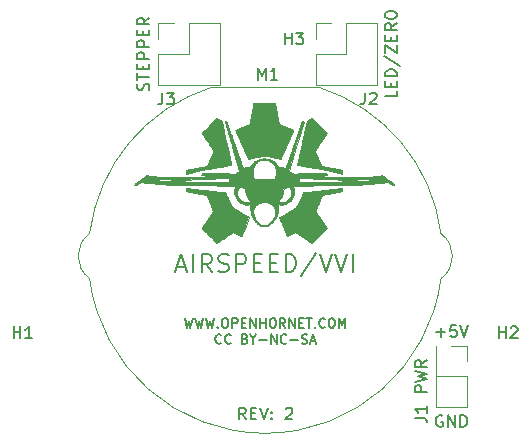
<source format=gbr>
%TF.GenerationSoftware,KiCad,Pcbnew,(5.1.9)-1*%
%TF.CreationDate,2022-08-04T12:07:28-06:00*%
%TF.ProjectId,standby_airspeed_vvi,7374616e-6462-4795-9f61-697273706565,rev?*%
%TF.SameCoordinates,Original*%
%TF.FileFunction,Legend,Top*%
%TF.FilePolarity,Positive*%
%FSLAX46Y46*%
G04 Gerber Fmt 4.6, Leading zero omitted, Abs format (unit mm)*
G04 Created by KiCad (PCBNEW (5.1.9)-1) date 2022-08-04 12:07:28*
%MOMM*%
%LPD*%
G01*
G04 APERTURE LIST*
%ADD10C,0.150000*%
%ADD11C,0.200000*%
%ADD12C,0.010000*%
%ADD13C,0.120000*%
%ADD14C,0.100000*%
G04 APERTURE END LIST*
D10*
X194928610Y-110369574D02*
X194833372Y-110321954D01*
X194690515Y-110321954D01*
X194547657Y-110369574D01*
X194452419Y-110464812D01*
X194404800Y-110560050D01*
X194357181Y-110750526D01*
X194357181Y-110893383D01*
X194404800Y-111083859D01*
X194452419Y-111179097D01*
X194547657Y-111274335D01*
X194690515Y-111321954D01*
X194785753Y-111321954D01*
X194928610Y-111274335D01*
X194976229Y-111226716D01*
X194976229Y-110893383D01*
X194785753Y-110893383D01*
X195404800Y-111321954D02*
X195404800Y-110321954D01*
X195976229Y-111321954D01*
X195976229Y-110321954D01*
X196452419Y-111321954D02*
X196452419Y-110321954D01*
X196690515Y-110321954D01*
X196833372Y-110369574D01*
X196928610Y-110464812D01*
X196976229Y-110560050D01*
X197023848Y-110750526D01*
X197023848Y-110893383D01*
X196976229Y-111083859D01*
X196928610Y-111179097D01*
X196833372Y-111274335D01*
X196690515Y-111321954D01*
X196452419Y-111321954D01*
X194404800Y-103321002D02*
X195166705Y-103321002D01*
X194785753Y-103701954D02*
X194785753Y-102940050D01*
X196119086Y-102701954D02*
X195642895Y-102701954D01*
X195595276Y-103178145D01*
X195642895Y-103130526D01*
X195738134Y-103082907D01*
X195976229Y-103082907D01*
X196071467Y-103130526D01*
X196119086Y-103178145D01*
X196166705Y-103273383D01*
X196166705Y-103511478D01*
X196119086Y-103606716D01*
X196071467Y-103654335D01*
X195976229Y-103701954D01*
X195738134Y-103701954D01*
X195642895Y-103654335D01*
X195595276Y-103606716D01*
X196452419Y-102701954D02*
X196785753Y-103701954D01*
X197119086Y-102701954D01*
X173099670Y-102136478D02*
X173290146Y-102936478D01*
X173442527Y-102365050D01*
X173594908Y-102936478D01*
X173785385Y-102136478D01*
X174013956Y-102136478D02*
X174204432Y-102936478D01*
X174356813Y-102365050D01*
X174509194Y-102936478D01*
X174699670Y-102136478D01*
X174928242Y-102136478D02*
X175118718Y-102936478D01*
X175271099Y-102365050D01*
X175423480Y-102936478D01*
X175613956Y-102136478D01*
X175918718Y-102860288D02*
X175956813Y-102898383D01*
X175918718Y-102936478D01*
X175880623Y-102898383D01*
X175918718Y-102860288D01*
X175918718Y-102936478D01*
X176452051Y-102136478D02*
X176604432Y-102136478D01*
X176680623Y-102174574D01*
X176756813Y-102250764D01*
X176794908Y-102403145D01*
X176794908Y-102669812D01*
X176756813Y-102822193D01*
X176680623Y-102898383D01*
X176604432Y-102936478D01*
X176452051Y-102936478D01*
X176375861Y-102898383D01*
X176299670Y-102822193D01*
X176261575Y-102669812D01*
X176261575Y-102403145D01*
X176299670Y-102250764D01*
X176375861Y-102174574D01*
X176452051Y-102136478D01*
X177137766Y-102936478D02*
X177137766Y-102136478D01*
X177442527Y-102136478D01*
X177518718Y-102174574D01*
X177556813Y-102212669D01*
X177594908Y-102288859D01*
X177594908Y-102403145D01*
X177556813Y-102479335D01*
X177518718Y-102517431D01*
X177442527Y-102555526D01*
X177137766Y-102555526D01*
X177937766Y-102517431D02*
X178204432Y-102517431D01*
X178318718Y-102936478D02*
X177937766Y-102936478D01*
X177937766Y-102136478D01*
X178318718Y-102136478D01*
X178661575Y-102936478D02*
X178661575Y-102136478D01*
X179118718Y-102936478D01*
X179118718Y-102136478D01*
X179499670Y-102936478D02*
X179499670Y-102136478D01*
X179499670Y-102517431D02*
X179956813Y-102517431D01*
X179956813Y-102936478D02*
X179956813Y-102136478D01*
X180490146Y-102136478D02*
X180642527Y-102136478D01*
X180718718Y-102174574D01*
X180794908Y-102250764D01*
X180833004Y-102403145D01*
X180833004Y-102669812D01*
X180794908Y-102822193D01*
X180718718Y-102898383D01*
X180642527Y-102936478D01*
X180490146Y-102936478D01*
X180413956Y-102898383D01*
X180337766Y-102822193D01*
X180299670Y-102669812D01*
X180299670Y-102403145D01*
X180337766Y-102250764D01*
X180413956Y-102174574D01*
X180490146Y-102136478D01*
X181633004Y-102936478D02*
X181366337Y-102555526D01*
X181175861Y-102936478D02*
X181175861Y-102136478D01*
X181480623Y-102136478D01*
X181556813Y-102174574D01*
X181594908Y-102212669D01*
X181633004Y-102288859D01*
X181633004Y-102403145D01*
X181594908Y-102479335D01*
X181556813Y-102517431D01*
X181480623Y-102555526D01*
X181175861Y-102555526D01*
X181975861Y-102936478D02*
X181975861Y-102136478D01*
X182433004Y-102936478D01*
X182433004Y-102136478D01*
X182813956Y-102517431D02*
X183080623Y-102517431D01*
X183194908Y-102936478D02*
X182813956Y-102936478D01*
X182813956Y-102136478D01*
X183194908Y-102136478D01*
X183423480Y-102136478D02*
X183880623Y-102136478D01*
X183652051Y-102936478D02*
X183652051Y-102136478D01*
X184147289Y-102860288D02*
X184185385Y-102898383D01*
X184147289Y-102936478D01*
X184109194Y-102898383D01*
X184147289Y-102860288D01*
X184147289Y-102936478D01*
X184985385Y-102860288D02*
X184947289Y-102898383D01*
X184833004Y-102936478D01*
X184756813Y-102936478D01*
X184642527Y-102898383D01*
X184566337Y-102822193D01*
X184528242Y-102746002D01*
X184490146Y-102593621D01*
X184490146Y-102479335D01*
X184528242Y-102326954D01*
X184566337Y-102250764D01*
X184642527Y-102174574D01*
X184756813Y-102136478D01*
X184833004Y-102136478D01*
X184947289Y-102174574D01*
X184985385Y-102212669D01*
X185480623Y-102136478D02*
X185633004Y-102136478D01*
X185709194Y-102174574D01*
X185785385Y-102250764D01*
X185823480Y-102403145D01*
X185823480Y-102669812D01*
X185785385Y-102822193D01*
X185709194Y-102898383D01*
X185633004Y-102936478D01*
X185480623Y-102936478D01*
X185404432Y-102898383D01*
X185328242Y-102822193D01*
X185290146Y-102669812D01*
X185290146Y-102403145D01*
X185328242Y-102250764D01*
X185404432Y-102174574D01*
X185480623Y-102136478D01*
X186166337Y-102936478D02*
X186166337Y-102136478D01*
X186433004Y-102707907D01*
X186699670Y-102136478D01*
X186699670Y-102936478D01*
X176204432Y-104210288D02*
X176166337Y-104248383D01*
X176052051Y-104286478D01*
X175975861Y-104286478D01*
X175861575Y-104248383D01*
X175785385Y-104172193D01*
X175747289Y-104096002D01*
X175709194Y-103943621D01*
X175709194Y-103829335D01*
X175747289Y-103676954D01*
X175785385Y-103600764D01*
X175861575Y-103524574D01*
X175975861Y-103486478D01*
X176052051Y-103486478D01*
X176166337Y-103524574D01*
X176204432Y-103562669D01*
X177004432Y-104210288D02*
X176966337Y-104248383D01*
X176852051Y-104286478D01*
X176775861Y-104286478D01*
X176661575Y-104248383D01*
X176585385Y-104172193D01*
X176547289Y-104096002D01*
X176509194Y-103943621D01*
X176509194Y-103829335D01*
X176547289Y-103676954D01*
X176585385Y-103600764D01*
X176661575Y-103524574D01*
X176775861Y-103486478D01*
X176852051Y-103486478D01*
X176966337Y-103524574D01*
X177004432Y-103562669D01*
X178223480Y-103867431D02*
X178337766Y-103905526D01*
X178375861Y-103943621D01*
X178413956Y-104019812D01*
X178413956Y-104134097D01*
X178375861Y-104210288D01*
X178337766Y-104248383D01*
X178261575Y-104286478D01*
X177956813Y-104286478D01*
X177956813Y-103486478D01*
X178223480Y-103486478D01*
X178299670Y-103524574D01*
X178337766Y-103562669D01*
X178375861Y-103638859D01*
X178375861Y-103715050D01*
X178337766Y-103791240D01*
X178299670Y-103829335D01*
X178223480Y-103867431D01*
X177956813Y-103867431D01*
X178909194Y-103905526D02*
X178909194Y-104286478D01*
X178642527Y-103486478D02*
X178909194Y-103905526D01*
X179175861Y-103486478D01*
X179442527Y-103981716D02*
X180052051Y-103981716D01*
X180433004Y-104286478D02*
X180433004Y-103486478D01*
X180890146Y-104286478D01*
X180890146Y-103486478D01*
X181728242Y-104210288D02*
X181690146Y-104248383D01*
X181575861Y-104286478D01*
X181499670Y-104286478D01*
X181385385Y-104248383D01*
X181309194Y-104172193D01*
X181271099Y-104096002D01*
X181233004Y-103943621D01*
X181233004Y-103829335D01*
X181271099Y-103676954D01*
X181309194Y-103600764D01*
X181385385Y-103524574D01*
X181499670Y-103486478D01*
X181575861Y-103486478D01*
X181690146Y-103524574D01*
X181728242Y-103562669D01*
X182071099Y-103981716D02*
X182680623Y-103981716D01*
X183023480Y-104248383D02*
X183137766Y-104286478D01*
X183328242Y-104286478D01*
X183404432Y-104248383D01*
X183442527Y-104210288D01*
X183480623Y-104134097D01*
X183480623Y-104057907D01*
X183442527Y-103981716D01*
X183404432Y-103943621D01*
X183328242Y-103905526D01*
X183175861Y-103867431D01*
X183099670Y-103829335D01*
X183061575Y-103791240D01*
X183023480Y-103715050D01*
X183023480Y-103638859D01*
X183061575Y-103562669D01*
X183099670Y-103524574D01*
X183175861Y-103486478D01*
X183366337Y-103486478D01*
X183480623Y-103524574D01*
X183785385Y-104057907D02*
X184166337Y-104057907D01*
X183709194Y-104286478D02*
X183975861Y-103486478D01*
X184242527Y-104286478D01*
X178271099Y-110686954D02*
X177937766Y-110210764D01*
X177699670Y-110686954D02*
X177699670Y-109686954D01*
X178080623Y-109686954D01*
X178175861Y-109734574D01*
X178223480Y-109782193D01*
X178271099Y-109877431D01*
X178271099Y-110020288D01*
X178223480Y-110115526D01*
X178175861Y-110163145D01*
X178080623Y-110210764D01*
X177699670Y-110210764D01*
X178699670Y-110163145D02*
X179033004Y-110163145D01*
X179175861Y-110686954D02*
X178699670Y-110686954D01*
X178699670Y-109686954D01*
X179175861Y-109686954D01*
X179461575Y-109686954D02*
X179794908Y-110686954D01*
X180128242Y-109686954D01*
X180461575Y-110591716D02*
X180509194Y-110639335D01*
X180461575Y-110686954D01*
X180413956Y-110639335D01*
X180461575Y-110591716D01*
X180461575Y-110686954D01*
X180461575Y-110067907D02*
X180509194Y-110115526D01*
X180461575Y-110163145D01*
X180413956Y-110115526D01*
X180461575Y-110067907D01*
X180461575Y-110163145D01*
X181652051Y-109782193D02*
X181699670Y-109734574D01*
X181794908Y-109686954D01*
X182033004Y-109686954D01*
X182128242Y-109734574D01*
X182175861Y-109782193D01*
X182223480Y-109877431D01*
X182223480Y-109972669D01*
X182175861Y-110115526D01*
X181604432Y-110686954D01*
X182223480Y-110686954D01*
D11*
X172473480Y-97784574D02*
X173187766Y-97784574D01*
X172330623Y-98213145D02*
X172830623Y-96713145D01*
X173330623Y-98213145D01*
X173830623Y-98213145D02*
X173830623Y-96713145D01*
X175402051Y-98213145D02*
X174902051Y-97498859D01*
X174544908Y-98213145D02*
X174544908Y-96713145D01*
X175116337Y-96713145D01*
X175259194Y-96784574D01*
X175330623Y-96856002D01*
X175402051Y-96998859D01*
X175402051Y-97213145D01*
X175330623Y-97356002D01*
X175259194Y-97427431D01*
X175116337Y-97498859D01*
X174544908Y-97498859D01*
X175973480Y-98141716D02*
X176187766Y-98213145D01*
X176544908Y-98213145D01*
X176687766Y-98141716D01*
X176759194Y-98070288D01*
X176830623Y-97927431D01*
X176830623Y-97784574D01*
X176759194Y-97641716D01*
X176687766Y-97570288D01*
X176544908Y-97498859D01*
X176259194Y-97427431D01*
X176116337Y-97356002D01*
X176044908Y-97284574D01*
X175973480Y-97141716D01*
X175973480Y-96998859D01*
X176044908Y-96856002D01*
X176116337Y-96784574D01*
X176259194Y-96713145D01*
X176616337Y-96713145D01*
X176830623Y-96784574D01*
X177473480Y-98213145D02*
X177473480Y-96713145D01*
X178044908Y-96713145D01*
X178187766Y-96784574D01*
X178259194Y-96856002D01*
X178330623Y-96998859D01*
X178330623Y-97213145D01*
X178259194Y-97356002D01*
X178187766Y-97427431D01*
X178044908Y-97498859D01*
X177473480Y-97498859D01*
X178973480Y-97427431D02*
X179473480Y-97427431D01*
X179687766Y-98213145D02*
X178973480Y-98213145D01*
X178973480Y-96713145D01*
X179687766Y-96713145D01*
X180330623Y-97427431D02*
X180830623Y-97427431D01*
X181044908Y-98213145D02*
X180330623Y-98213145D01*
X180330623Y-96713145D01*
X181044908Y-96713145D01*
X181687766Y-98213145D02*
X181687766Y-96713145D01*
X182044908Y-96713145D01*
X182259194Y-96784574D01*
X182402051Y-96927431D01*
X182473480Y-97070288D01*
X182544908Y-97356002D01*
X182544908Y-97570288D01*
X182473480Y-97856002D01*
X182402051Y-97998859D01*
X182259194Y-98141716D01*
X182044908Y-98213145D01*
X181687766Y-98213145D01*
X184259194Y-96641716D02*
X182973480Y-98570288D01*
X184544908Y-96713145D02*
X185044908Y-98213145D01*
X185544908Y-96713145D01*
X185830623Y-96713145D02*
X186330623Y-98213145D01*
X186830623Y-96713145D01*
X187330623Y-98213145D02*
X187330623Y-96713145D01*
D12*
%TO.C,G\u002A\u002A\u002A*%
G36*
X173277775Y-91110912D02*
G01*
X173303400Y-91113651D01*
X173343863Y-91118080D01*
X173398167Y-91124084D01*
X173465320Y-91131553D01*
X173544327Y-91140373D01*
X173634195Y-91150433D01*
X173733928Y-91161619D01*
X173842533Y-91173819D01*
X173959016Y-91186920D01*
X174082383Y-91200811D01*
X174211639Y-91215379D01*
X174345791Y-91230510D01*
X174483844Y-91246094D01*
X174624804Y-91262017D01*
X174767677Y-91278167D01*
X174911470Y-91294431D01*
X175055187Y-91310697D01*
X175197835Y-91326852D01*
X175338419Y-91342785D01*
X175475946Y-91358382D01*
X175609421Y-91373531D01*
X175737851Y-91388120D01*
X175860241Y-91402036D01*
X175975596Y-91415167D01*
X176082924Y-91427400D01*
X176181230Y-91438622D01*
X176269519Y-91448722D01*
X176346798Y-91457587D01*
X176412072Y-91465104D01*
X176464347Y-91471161D01*
X176502630Y-91475646D01*
X176525926Y-91478445D01*
X176532039Y-91479233D01*
X176555160Y-91484149D01*
X176566736Y-91492874D01*
X176571915Y-91508090D01*
X176576408Y-91520916D01*
X176587190Y-91547371D01*
X176603474Y-91585701D01*
X176624470Y-91634154D01*
X176649391Y-91690974D01*
X176677447Y-91754409D01*
X176707851Y-91822705D01*
X176739814Y-91894107D01*
X176772548Y-91966863D01*
X176805264Y-92039217D01*
X176837173Y-92109418D01*
X176867488Y-92175710D01*
X176895420Y-92236341D01*
X176920181Y-92289555D01*
X176940981Y-92333601D01*
X176957033Y-92366723D01*
X176964900Y-92382238D01*
X177006642Y-92452909D01*
X177059873Y-92529236D01*
X177121716Y-92607914D01*
X177189294Y-92685634D01*
X177259729Y-92759092D01*
X177330145Y-92824979D01*
X177397663Y-92879990D01*
X177398648Y-92880722D01*
X177413884Y-92890867D01*
X177442327Y-92908640D01*
X177482529Y-92933190D01*
X177533038Y-92963664D01*
X177592406Y-92999213D01*
X177659184Y-93038983D01*
X177731920Y-93082124D01*
X177809166Y-93127785D01*
X177889472Y-93175113D01*
X177971389Y-93223257D01*
X178053466Y-93271367D01*
X178134254Y-93318590D01*
X178212303Y-93364074D01*
X178286164Y-93406970D01*
X178354387Y-93446424D01*
X178415522Y-93481586D01*
X178468119Y-93511604D01*
X178510730Y-93535627D01*
X178541903Y-93552803D01*
X178552461Y-93558408D01*
X178590196Y-93578007D01*
X178269619Y-94352707D01*
X178212702Y-94489962D01*
X178160475Y-94615313D01*
X178113112Y-94728352D01*
X178070790Y-94828670D01*
X178033683Y-94915858D01*
X178001967Y-94989509D01*
X177975815Y-95049215D01*
X177955405Y-95094565D01*
X177940910Y-95125153D01*
X177932505Y-95140569D01*
X177931141Y-95142224D01*
X177909380Y-95153658D01*
X177891523Y-95157040D01*
X177879466Y-95153146D01*
X177854234Y-95142032D01*
X177817538Y-95124548D01*
X177771089Y-95101547D01*
X177716598Y-95073879D01*
X177655776Y-95042395D01*
X177590333Y-95007948D01*
X177568201Y-94996174D01*
X177489727Y-94954425D01*
X177424611Y-94920139D01*
X177371335Y-94892696D01*
X177328378Y-94871470D01*
X177294222Y-94855841D01*
X177267347Y-94845186D01*
X177246234Y-94838882D01*
X177229363Y-94836307D01*
X177215215Y-94836837D01*
X177202271Y-94839852D01*
X177193883Y-94842811D01*
X177184194Y-94848602D01*
X177161561Y-94863317D01*
X177126984Y-94886276D01*
X177081467Y-94916801D01*
X177026010Y-94954212D01*
X176961616Y-94997830D01*
X176889288Y-95046976D01*
X176810027Y-95100972D01*
X176724835Y-95159138D01*
X176634715Y-95220795D01*
X176540669Y-95285264D01*
X176519182Y-95300011D01*
X176406870Y-95377101D01*
X176307650Y-95445145D01*
X176220647Y-95504674D01*
X176144987Y-95556217D01*
X176079796Y-95600306D01*
X176024201Y-95637470D01*
X175977327Y-95668240D01*
X175938300Y-95693147D01*
X175906247Y-95712721D01*
X175880294Y-95727491D01*
X175859566Y-95737990D01*
X175843189Y-95744747D01*
X175830290Y-95748292D01*
X175819994Y-95749157D01*
X175811428Y-95747871D01*
X175803718Y-95744965D01*
X175795989Y-95740969D01*
X175794215Y-95740005D01*
X175785136Y-95732370D01*
X175765149Y-95713702D01*
X175735251Y-95684998D01*
X175696438Y-95647255D01*
X175649706Y-95601469D01*
X175596054Y-95548637D01*
X175536477Y-95489754D01*
X175471971Y-95425819D01*
X175403535Y-95357828D01*
X175332164Y-95286776D01*
X175258855Y-95213662D01*
X175184604Y-95139481D01*
X175110409Y-95065230D01*
X175037267Y-94991905D01*
X174966172Y-94920504D01*
X174898124Y-94852023D01*
X174834117Y-94787458D01*
X174775150Y-94727806D01*
X174722218Y-94674064D01*
X174676318Y-94627228D01*
X174638447Y-94588295D01*
X174609602Y-94558262D01*
X174590779Y-94538125D01*
X174582974Y-94528881D01*
X174582936Y-94528811D01*
X174574585Y-94510312D01*
X174570966Y-94492483D01*
X174572945Y-94472980D01*
X174581393Y-94449464D01*
X174597177Y-94419592D01*
X174621166Y-94381024D01*
X174654228Y-94331419D01*
X174658474Y-94325161D01*
X174677748Y-94296870D01*
X174705625Y-94256065D01*
X174741116Y-94204189D01*
X174783235Y-94142684D01*
X174830993Y-94072990D01*
X174883402Y-93996549D01*
X174939473Y-93914804D01*
X174998218Y-93829196D01*
X175058649Y-93741167D01*
X175112556Y-93662674D01*
X175171318Y-93576992D01*
X175227466Y-93494863D01*
X175280230Y-93417428D01*
X175328843Y-93345826D01*
X175372534Y-93281199D01*
X175410536Y-93224686D01*
X175442080Y-93177428D01*
X175466396Y-93140565D01*
X175482716Y-93115237D01*
X175490272Y-93102585D01*
X175490529Y-93102029D01*
X175498733Y-93075846D01*
X175502115Y-93051468D01*
X175498986Y-93039252D01*
X175489986Y-93012825D01*
X175475696Y-92973634D01*
X175456694Y-92923124D01*
X175433561Y-92862742D01*
X175406877Y-92793932D01*
X175377222Y-92718140D01*
X175345175Y-92636814D01*
X175311317Y-92551398D01*
X175276227Y-92463338D01*
X175240485Y-92374081D01*
X175204672Y-92285072D01*
X175169367Y-92197757D01*
X175135150Y-92113581D01*
X175102602Y-92033992D01*
X175072301Y-91960434D01*
X175044828Y-91894354D01*
X175020763Y-91837197D01*
X175000686Y-91790409D01*
X174985176Y-91755437D01*
X174974814Y-91733725D01*
X174970993Y-91727261D01*
X174953470Y-91708765D01*
X174937800Y-91695860D01*
X174935890Y-91694731D01*
X174925720Y-91692144D01*
X174900058Y-91686712D01*
X174860065Y-91678658D01*
X174806902Y-91668202D01*
X174741729Y-91655569D01*
X174665708Y-91640981D01*
X174580000Y-91624659D01*
X174485764Y-91606826D01*
X174384164Y-91587705D01*
X174276358Y-91567518D01*
X174163509Y-91546488D01*
X174117653Y-91537970D01*
X173971104Y-91510699D01*
X173840644Y-91486256D01*
X173725687Y-91464526D01*
X173625647Y-91445390D01*
X173539937Y-91428732D01*
X173467971Y-91414436D01*
X173409164Y-91402384D01*
X173362928Y-91392459D01*
X173328678Y-91384545D01*
X173305828Y-91378525D01*
X173293791Y-91374282D01*
X173292315Y-91373423D01*
X173275715Y-91359217D01*
X173264049Y-91342500D01*
X173256489Y-91320139D01*
X173252207Y-91288999D01*
X173250374Y-91245946D01*
X173250106Y-91213690D01*
X173250189Y-91170334D01*
X173250881Y-91141123D01*
X173252662Y-91123269D01*
X173256012Y-91113986D01*
X173261414Y-91110485D01*
X173267980Y-91109973D01*
X173277775Y-91110912D01*
G37*
X173277775Y-91110912D02*
X173303400Y-91113651D01*
X173343863Y-91118080D01*
X173398167Y-91124084D01*
X173465320Y-91131553D01*
X173544327Y-91140373D01*
X173634195Y-91150433D01*
X173733928Y-91161619D01*
X173842533Y-91173819D01*
X173959016Y-91186920D01*
X174082383Y-91200811D01*
X174211639Y-91215379D01*
X174345791Y-91230510D01*
X174483844Y-91246094D01*
X174624804Y-91262017D01*
X174767677Y-91278167D01*
X174911470Y-91294431D01*
X175055187Y-91310697D01*
X175197835Y-91326852D01*
X175338419Y-91342785D01*
X175475946Y-91358382D01*
X175609421Y-91373531D01*
X175737851Y-91388120D01*
X175860241Y-91402036D01*
X175975596Y-91415167D01*
X176082924Y-91427400D01*
X176181230Y-91438622D01*
X176269519Y-91448722D01*
X176346798Y-91457587D01*
X176412072Y-91465104D01*
X176464347Y-91471161D01*
X176502630Y-91475646D01*
X176525926Y-91478445D01*
X176532039Y-91479233D01*
X176555160Y-91484149D01*
X176566736Y-91492874D01*
X176571915Y-91508090D01*
X176576408Y-91520916D01*
X176587190Y-91547371D01*
X176603474Y-91585701D01*
X176624470Y-91634154D01*
X176649391Y-91690974D01*
X176677447Y-91754409D01*
X176707851Y-91822705D01*
X176739814Y-91894107D01*
X176772548Y-91966863D01*
X176805264Y-92039217D01*
X176837173Y-92109418D01*
X176867488Y-92175710D01*
X176895420Y-92236341D01*
X176920181Y-92289555D01*
X176940981Y-92333601D01*
X176957033Y-92366723D01*
X176964900Y-92382238D01*
X177006642Y-92452909D01*
X177059873Y-92529236D01*
X177121716Y-92607914D01*
X177189294Y-92685634D01*
X177259729Y-92759092D01*
X177330145Y-92824979D01*
X177397663Y-92879990D01*
X177398648Y-92880722D01*
X177413884Y-92890867D01*
X177442327Y-92908640D01*
X177482529Y-92933190D01*
X177533038Y-92963664D01*
X177592406Y-92999213D01*
X177659184Y-93038983D01*
X177731920Y-93082124D01*
X177809166Y-93127785D01*
X177889472Y-93175113D01*
X177971389Y-93223257D01*
X178053466Y-93271367D01*
X178134254Y-93318590D01*
X178212303Y-93364074D01*
X178286164Y-93406970D01*
X178354387Y-93446424D01*
X178415522Y-93481586D01*
X178468119Y-93511604D01*
X178510730Y-93535627D01*
X178541903Y-93552803D01*
X178552461Y-93558408D01*
X178590196Y-93578007D01*
X178269619Y-94352707D01*
X178212702Y-94489962D01*
X178160475Y-94615313D01*
X178113112Y-94728352D01*
X178070790Y-94828670D01*
X178033683Y-94915858D01*
X178001967Y-94989509D01*
X177975815Y-95049215D01*
X177955405Y-95094565D01*
X177940910Y-95125153D01*
X177932505Y-95140569D01*
X177931141Y-95142224D01*
X177909380Y-95153658D01*
X177891523Y-95157040D01*
X177879466Y-95153146D01*
X177854234Y-95142032D01*
X177817538Y-95124548D01*
X177771089Y-95101547D01*
X177716598Y-95073879D01*
X177655776Y-95042395D01*
X177590333Y-95007948D01*
X177568201Y-94996174D01*
X177489727Y-94954425D01*
X177424611Y-94920139D01*
X177371335Y-94892696D01*
X177328378Y-94871470D01*
X177294222Y-94855841D01*
X177267347Y-94845186D01*
X177246234Y-94838882D01*
X177229363Y-94836307D01*
X177215215Y-94836837D01*
X177202271Y-94839852D01*
X177193883Y-94842811D01*
X177184194Y-94848602D01*
X177161561Y-94863317D01*
X177126984Y-94886276D01*
X177081467Y-94916801D01*
X177026010Y-94954212D01*
X176961616Y-94997830D01*
X176889288Y-95046976D01*
X176810027Y-95100972D01*
X176724835Y-95159138D01*
X176634715Y-95220795D01*
X176540669Y-95285264D01*
X176519182Y-95300011D01*
X176406870Y-95377101D01*
X176307650Y-95445145D01*
X176220647Y-95504674D01*
X176144987Y-95556217D01*
X176079796Y-95600306D01*
X176024201Y-95637470D01*
X175977327Y-95668240D01*
X175938300Y-95693147D01*
X175906247Y-95712721D01*
X175880294Y-95727491D01*
X175859566Y-95737990D01*
X175843189Y-95744747D01*
X175830290Y-95748292D01*
X175819994Y-95749157D01*
X175811428Y-95747871D01*
X175803718Y-95744965D01*
X175795989Y-95740969D01*
X175794215Y-95740005D01*
X175785136Y-95732370D01*
X175765149Y-95713702D01*
X175735251Y-95684998D01*
X175696438Y-95647255D01*
X175649706Y-95601469D01*
X175596054Y-95548637D01*
X175536477Y-95489754D01*
X175471971Y-95425819D01*
X175403535Y-95357828D01*
X175332164Y-95286776D01*
X175258855Y-95213662D01*
X175184604Y-95139481D01*
X175110409Y-95065230D01*
X175037267Y-94991905D01*
X174966172Y-94920504D01*
X174898124Y-94852023D01*
X174834117Y-94787458D01*
X174775150Y-94727806D01*
X174722218Y-94674064D01*
X174676318Y-94627228D01*
X174638447Y-94588295D01*
X174609602Y-94558262D01*
X174590779Y-94538125D01*
X174582974Y-94528881D01*
X174582936Y-94528811D01*
X174574585Y-94510312D01*
X174570966Y-94492483D01*
X174572945Y-94472980D01*
X174581393Y-94449464D01*
X174597177Y-94419592D01*
X174621166Y-94381024D01*
X174654228Y-94331419D01*
X174658474Y-94325161D01*
X174677748Y-94296870D01*
X174705625Y-94256065D01*
X174741116Y-94204189D01*
X174783235Y-94142684D01*
X174830993Y-94072990D01*
X174883402Y-93996549D01*
X174939473Y-93914804D01*
X174998218Y-93829196D01*
X175058649Y-93741167D01*
X175112556Y-93662674D01*
X175171318Y-93576992D01*
X175227466Y-93494863D01*
X175280230Y-93417428D01*
X175328843Y-93345826D01*
X175372534Y-93281199D01*
X175410536Y-93224686D01*
X175442080Y-93177428D01*
X175466396Y-93140565D01*
X175482716Y-93115237D01*
X175490272Y-93102585D01*
X175490529Y-93102029D01*
X175498733Y-93075846D01*
X175502115Y-93051468D01*
X175498986Y-93039252D01*
X175489986Y-93012825D01*
X175475696Y-92973634D01*
X175456694Y-92923124D01*
X175433561Y-92862742D01*
X175406877Y-92793932D01*
X175377222Y-92718140D01*
X175345175Y-92636814D01*
X175311317Y-92551398D01*
X175276227Y-92463338D01*
X175240485Y-92374081D01*
X175204672Y-92285072D01*
X175169367Y-92197757D01*
X175135150Y-92113581D01*
X175102602Y-92033992D01*
X175072301Y-91960434D01*
X175044828Y-91894354D01*
X175020763Y-91837197D01*
X175000686Y-91790409D01*
X174985176Y-91755437D01*
X174974814Y-91733725D01*
X174970993Y-91727261D01*
X174953470Y-91708765D01*
X174937800Y-91695860D01*
X174935890Y-91694731D01*
X174925720Y-91692144D01*
X174900058Y-91686712D01*
X174860065Y-91678658D01*
X174806902Y-91668202D01*
X174741729Y-91655569D01*
X174665708Y-91640981D01*
X174580000Y-91624659D01*
X174485764Y-91606826D01*
X174384164Y-91587705D01*
X174276358Y-91567518D01*
X174163509Y-91546488D01*
X174117653Y-91537970D01*
X173971104Y-91510699D01*
X173840644Y-91486256D01*
X173725687Y-91464526D01*
X173625647Y-91445390D01*
X173539937Y-91428732D01*
X173467971Y-91414436D01*
X173409164Y-91402384D01*
X173362928Y-91392459D01*
X173328678Y-91384545D01*
X173305828Y-91378525D01*
X173293791Y-91374282D01*
X173292315Y-91373423D01*
X173275715Y-91359217D01*
X173264049Y-91342500D01*
X173256489Y-91320139D01*
X173252207Y-91288999D01*
X173250374Y-91245946D01*
X173250106Y-91213690D01*
X173250189Y-91170334D01*
X173250881Y-91141123D01*
X173252662Y-91123269D01*
X173256012Y-91113986D01*
X173261414Y-91110485D01*
X173267980Y-91109973D01*
X173277775Y-91110912D01*
G36*
X186438109Y-91110517D02*
G01*
X186443781Y-91114066D01*
X186447169Y-91123500D01*
X186448862Y-91141697D01*
X186449448Y-91171537D01*
X186449515Y-91207612D01*
X186448123Y-91264893D01*
X186443512Y-91307933D01*
X186435032Y-91339227D01*
X186422031Y-91361273D01*
X186405772Y-91375370D01*
X186394594Y-91378799D01*
X186367815Y-91385054D01*
X186326490Y-91393927D01*
X186271677Y-91405211D01*
X186204433Y-91418697D01*
X186125815Y-91434178D01*
X186036880Y-91451445D01*
X185938686Y-91470291D01*
X185832288Y-91490508D01*
X185718745Y-91511888D01*
X185599114Y-91534223D01*
X185582450Y-91537319D01*
X185467984Y-91558626D01*
X185358113Y-91579173D01*
X185253996Y-91598738D01*
X185156795Y-91617098D01*
X185067668Y-91634032D01*
X184987777Y-91649316D01*
X184918281Y-91662728D01*
X184860341Y-91674047D01*
X184815117Y-91683050D01*
X184783769Y-91689514D01*
X184767458Y-91693217D01*
X184765417Y-91693869D01*
X184756837Y-91699124D01*
X184748423Y-91705997D01*
X184739711Y-91715508D01*
X184730239Y-91728678D01*
X184719546Y-91746529D01*
X184707169Y-91770081D01*
X184692646Y-91800356D01*
X184675516Y-91838374D01*
X184655316Y-91885157D01*
X184631584Y-91941726D01*
X184603858Y-92009102D01*
X184571677Y-92088307D01*
X184534577Y-92180360D01*
X184492098Y-92286284D01*
X184452070Y-92386348D01*
X184399535Y-92518104D01*
X184353382Y-92634573D01*
X184313479Y-92736097D01*
X184279695Y-92823020D01*
X184251901Y-92895686D01*
X184229965Y-92954437D01*
X184213757Y-92999618D01*
X184203146Y-93031571D01*
X184198001Y-93050640D01*
X184197434Y-93055215D01*
X184200866Y-93083613D01*
X184209117Y-93109200D01*
X184209714Y-93110383D01*
X184216242Y-93120734D01*
X184231653Y-93143998D01*
X184255239Y-93179133D01*
X184286292Y-93225100D01*
X184324103Y-93280855D01*
X184367965Y-93345357D01*
X184417170Y-93417565D01*
X184471008Y-93496437D01*
X184528773Y-93580932D01*
X184589755Y-93670008D01*
X184647229Y-93753850D01*
X184710913Y-93846697D01*
X184772337Y-93936254D01*
X184830760Y-94021439D01*
X184885440Y-94101171D01*
X184935635Y-94174367D01*
X184980604Y-94239947D01*
X185019605Y-94296829D01*
X185051896Y-94343931D01*
X185076735Y-94380172D01*
X185093382Y-94404470D01*
X185100615Y-94415040D01*
X185121849Y-94453704D01*
X185128715Y-94486942D01*
X185128319Y-94492301D01*
X185126676Y-94498343D01*
X185123106Y-94505781D01*
X185116930Y-94515330D01*
X185107465Y-94527705D01*
X185094032Y-94543620D01*
X185075951Y-94563789D01*
X185052540Y-94588927D01*
X185023119Y-94619748D01*
X184987008Y-94656967D01*
X184943526Y-94701298D01*
X184891993Y-94753456D01*
X184831728Y-94814155D01*
X184762051Y-94884109D01*
X184682281Y-94964034D01*
X184591737Y-95054643D01*
X184512700Y-95133692D01*
X184410910Y-95235604D01*
X184320478Y-95326277D01*
X184240638Y-95406293D01*
X184170623Y-95476234D01*
X184109666Y-95536681D01*
X184057001Y-95588216D01*
X184011860Y-95631421D01*
X183973478Y-95666877D01*
X183941087Y-95695166D01*
X183913922Y-95716870D01*
X183891214Y-95732570D01*
X183872197Y-95742848D01*
X183856105Y-95748285D01*
X183842171Y-95749464D01*
X183829628Y-95746966D01*
X183817710Y-95741372D01*
X183805649Y-95733265D01*
X183792680Y-95723225D01*
X183778035Y-95711835D01*
X183763968Y-95701711D01*
X183746191Y-95689555D01*
X183715634Y-95668628D01*
X183673479Y-95639739D01*
X183620908Y-95603700D01*
X183559102Y-95561321D01*
X183489244Y-95513411D01*
X183412515Y-95460782D01*
X183330096Y-95404244D01*
X183243169Y-95344607D01*
X183152917Y-95282682D01*
X183101417Y-95247343D01*
X182995924Y-95174991D01*
X182903441Y-95111664D01*
X182823046Y-95056766D01*
X182753818Y-95009696D01*
X182694835Y-94969856D01*
X182645176Y-94936648D01*
X182603918Y-94909473D01*
X182570140Y-94887731D01*
X182542920Y-94870826D01*
X182521337Y-94858156D01*
X182504468Y-94849125D01*
X182491393Y-94843133D01*
X182481189Y-94839582D01*
X182472935Y-94837873D01*
X182470651Y-94837625D01*
X182460331Y-94837164D01*
X182449450Y-94838084D01*
X182436476Y-94841097D01*
X182419873Y-94846914D01*
X182398110Y-94856245D01*
X182369652Y-94869803D01*
X182332965Y-94888298D01*
X182286515Y-94912441D01*
X182228771Y-94942943D01*
X182158196Y-94980516D01*
X182129823Y-94995660D01*
X182047126Y-95039482D01*
X181975153Y-95076933D01*
X181914631Y-95107657D01*
X181866283Y-95131294D01*
X181830834Y-95147488D01*
X181809008Y-95155879D01*
X181803215Y-95157040D01*
X181776895Y-95149806D01*
X181761560Y-95137990D01*
X181756327Y-95128048D01*
X181745103Y-95103541D01*
X181728347Y-95065559D01*
X181706516Y-95015195D01*
X181680069Y-94953540D01*
X181649464Y-94881687D01*
X181615159Y-94800725D01*
X181577612Y-94711748D01*
X181537281Y-94615846D01*
X181494625Y-94514111D01*
X181450101Y-94407636D01*
X181404168Y-94297510D01*
X181357284Y-94184828D01*
X181309907Y-94070678D01*
X181262494Y-93956155D01*
X181215506Y-93842348D01*
X181169398Y-93730350D01*
X181124630Y-93621252D01*
X181109840Y-93585122D01*
X181113180Y-93574961D01*
X181121259Y-93570404D01*
X181133216Y-93564656D01*
X181158345Y-93551066D01*
X181195264Y-93530446D01*
X181242588Y-93503606D01*
X181298933Y-93471356D01*
X181362916Y-93434506D01*
X181433154Y-93393867D01*
X181508261Y-93350249D01*
X181586855Y-93304462D01*
X181667552Y-93257317D01*
X181748968Y-93209624D01*
X181829720Y-93162194D01*
X181908423Y-93115836D01*
X181983693Y-93071361D01*
X182054148Y-93029579D01*
X182118403Y-92991301D01*
X182175075Y-92957337D01*
X182222779Y-92928497D01*
X182260132Y-92905592D01*
X182285751Y-92889431D01*
X182296404Y-92882245D01*
X182363727Y-92828131D01*
X182434807Y-92762195D01*
X182506417Y-92688037D01*
X182575328Y-92609260D01*
X182638310Y-92529464D01*
X182692135Y-92452253D01*
X182714626Y-92415704D01*
X182724491Y-92397047D01*
X182740233Y-92365060D01*
X182761032Y-92321552D01*
X182786067Y-92268329D01*
X182814518Y-92207199D01*
X182845564Y-92139968D01*
X182878383Y-92068445D01*
X182912156Y-91994435D01*
X182946061Y-91919748D01*
X182979279Y-91846189D01*
X183010988Y-91775566D01*
X183040367Y-91709687D01*
X183066596Y-91650358D01*
X183088854Y-91599387D01*
X183106321Y-91558581D01*
X183118176Y-91529747D01*
X183123284Y-91515809D01*
X183129670Y-91495152D01*
X183133661Y-91483477D01*
X183134169Y-91482507D01*
X183142539Y-91481565D01*
X183166926Y-91478801D01*
X183206522Y-91474306D01*
X183260519Y-91468172D01*
X183328109Y-91460491D01*
X183408485Y-91451356D01*
X183500838Y-91440857D01*
X183604360Y-91429087D01*
X183718244Y-91416137D01*
X183841681Y-91402100D01*
X183973865Y-91387068D01*
X184113986Y-91371131D01*
X184261237Y-91354382D01*
X184414810Y-91336913D01*
X184573897Y-91318816D01*
X184737691Y-91300183D01*
X184772346Y-91296240D01*
X184937323Y-91277483D01*
X185097936Y-91259244D01*
X185253365Y-91241616D01*
X185402789Y-91224692D01*
X185545389Y-91208563D01*
X185680343Y-91193321D01*
X185806831Y-91179059D01*
X185924033Y-91165869D01*
X186031128Y-91153843D01*
X186127296Y-91143074D01*
X186211716Y-91133653D01*
X186283568Y-91125674D01*
X186342032Y-91119227D01*
X186386286Y-91114405D01*
X186415512Y-91111301D01*
X186428888Y-91110007D01*
X186429565Y-91109973D01*
X186438109Y-91110517D01*
G37*
X186438109Y-91110517D02*
X186443781Y-91114066D01*
X186447169Y-91123500D01*
X186448862Y-91141697D01*
X186449448Y-91171537D01*
X186449515Y-91207612D01*
X186448123Y-91264893D01*
X186443512Y-91307933D01*
X186435032Y-91339227D01*
X186422031Y-91361273D01*
X186405772Y-91375370D01*
X186394594Y-91378799D01*
X186367815Y-91385054D01*
X186326490Y-91393927D01*
X186271677Y-91405211D01*
X186204433Y-91418697D01*
X186125815Y-91434178D01*
X186036880Y-91451445D01*
X185938686Y-91470291D01*
X185832288Y-91490508D01*
X185718745Y-91511888D01*
X185599114Y-91534223D01*
X185582450Y-91537319D01*
X185467984Y-91558626D01*
X185358113Y-91579173D01*
X185253996Y-91598738D01*
X185156795Y-91617098D01*
X185067668Y-91634032D01*
X184987777Y-91649316D01*
X184918281Y-91662728D01*
X184860341Y-91674047D01*
X184815117Y-91683050D01*
X184783769Y-91689514D01*
X184767458Y-91693217D01*
X184765417Y-91693869D01*
X184756837Y-91699124D01*
X184748423Y-91705997D01*
X184739711Y-91715508D01*
X184730239Y-91728678D01*
X184719546Y-91746529D01*
X184707169Y-91770081D01*
X184692646Y-91800356D01*
X184675516Y-91838374D01*
X184655316Y-91885157D01*
X184631584Y-91941726D01*
X184603858Y-92009102D01*
X184571677Y-92088307D01*
X184534577Y-92180360D01*
X184492098Y-92286284D01*
X184452070Y-92386348D01*
X184399535Y-92518104D01*
X184353382Y-92634573D01*
X184313479Y-92736097D01*
X184279695Y-92823020D01*
X184251901Y-92895686D01*
X184229965Y-92954437D01*
X184213757Y-92999618D01*
X184203146Y-93031571D01*
X184198001Y-93050640D01*
X184197434Y-93055215D01*
X184200866Y-93083613D01*
X184209117Y-93109200D01*
X184209714Y-93110383D01*
X184216242Y-93120734D01*
X184231653Y-93143998D01*
X184255239Y-93179133D01*
X184286292Y-93225100D01*
X184324103Y-93280855D01*
X184367965Y-93345357D01*
X184417170Y-93417565D01*
X184471008Y-93496437D01*
X184528773Y-93580932D01*
X184589755Y-93670008D01*
X184647229Y-93753850D01*
X184710913Y-93846697D01*
X184772337Y-93936254D01*
X184830760Y-94021439D01*
X184885440Y-94101171D01*
X184935635Y-94174367D01*
X184980604Y-94239947D01*
X185019605Y-94296829D01*
X185051896Y-94343931D01*
X185076735Y-94380172D01*
X185093382Y-94404470D01*
X185100615Y-94415040D01*
X185121849Y-94453704D01*
X185128715Y-94486942D01*
X185128319Y-94492301D01*
X185126676Y-94498343D01*
X185123106Y-94505781D01*
X185116930Y-94515330D01*
X185107465Y-94527705D01*
X185094032Y-94543620D01*
X185075951Y-94563789D01*
X185052540Y-94588927D01*
X185023119Y-94619748D01*
X184987008Y-94656967D01*
X184943526Y-94701298D01*
X184891993Y-94753456D01*
X184831728Y-94814155D01*
X184762051Y-94884109D01*
X184682281Y-94964034D01*
X184591737Y-95054643D01*
X184512700Y-95133692D01*
X184410910Y-95235604D01*
X184320478Y-95326277D01*
X184240638Y-95406293D01*
X184170623Y-95476234D01*
X184109666Y-95536681D01*
X184057001Y-95588216D01*
X184011860Y-95631421D01*
X183973478Y-95666877D01*
X183941087Y-95695166D01*
X183913922Y-95716870D01*
X183891214Y-95732570D01*
X183872197Y-95742848D01*
X183856105Y-95748285D01*
X183842171Y-95749464D01*
X183829628Y-95746966D01*
X183817710Y-95741372D01*
X183805649Y-95733265D01*
X183792680Y-95723225D01*
X183778035Y-95711835D01*
X183763968Y-95701711D01*
X183746191Y-95689555D01*
X183715634Y-95668628D01*
X183673479Y-95639739D01*
X183620908Y-95603700D01*
X183559102Y-95561321D01*
X183489244Y-95513411D01*
X183412515Y-95460782D01*
X183330096Y-95404244D01*
X183243169Y-95344607D01*
X183152917Y-95282682D01*
X183101417Y-95247343D01*
X182995924Y-95174991D01*
X182903441Y-95111664D01*
X182823046Y-95056766D01*
X182753818Y-95009696D01*
X182694835Y-94969856D01*
X182645176Y-94936648D01*
X182603918Y-94909473D01*
X182570140Y-94887731D01*
X182542920Y-94870826D01*
X182521337Y-94858156D01*
X182504468Y-94849125D01*
X182491393Y-94843133D01*
X182481189Y-94839582D01*
X182472935Y-94837873D01*
X182470651Y-94837625D01*
X182460331Y-94837164D01*
X182449450Y-94838084D01*
X182436476Y-94841097D01*
X182419873Y-94846914D01*
X182398110Y-94856245D01*
X182369652Y-94869803D01*
X182332965Y-94888298D01*
X182286515Y-94912441D01*
X182228771Y-94942943D01*
X182158196Y-94980516D01*
X182129823Y-94995660D01*
X182047126Y-95039482D01*
X181975153Y-95076933D01*
X181914631Y-95107657D01*
X181866283Y-95131294D01*
X181830834Y-95147488D01*
X181809008Y-95155879D01*
X181803215Y-95157040D01*
X181776895Y-95149806D01*
X181761560Y-95137990D01*
X181756327Y-95128048D01*
X181745103Y-95103541D01*
X181728347Y-95065559D01*
X181706516Y-95015195D01*
X181680069Y-94953540D01*
X181649464Y-94881687D01*
X181615159Y-94800725D01*
X181577612Y-94711748D01*
X181537281Y-94615846D01*
X181494625Y-94514111D01*
X181450101Y-94407636D01*
X181404168Y-94297510D01*
X181357284Y-94184828D01*
X181309907Y-94070678D01*
X181262494Y-93956155D01*
X181215506Y-93842348D01*
X181169398Y-93730350D01*
X181124630Y-93621252D01*
X181109840Y-93585122D01*
X181113180Y-93574961D01*
X181121259Y-93570404D01*
X181133216Y-93564656D01*
X181158345Y-93551066D01*
X181195264Y-93530446D01*
X181242588Y-93503606D01*
X181298933Y-93471356D01*
X181362916Y-93434506D01*
X181433154Y-93393867D01*
X181508261Y-93350249D01*
X181586855Y-93304462D01*
X181667552Y-93257317D01*
X181748968Y-93209624D01*
X181829720Y-93162194D01*
X181908423Y-93115836D01*
X181983693Y-93071361D01*
X182054148Y-93029579D01*
X182118403Y-92991301D01*
X182175075Y-92957337D01*
X182222779Y-92928497D01*
X182260132Y-92905592D01*
X182285751Y-92889431D01*
X182296404Y-92882245D01*
X182363727Y-92828131D01*
X182434807Y-92762195D01*
X182506417Y-92688037D01*
X182575328Y-92609260D01*
X182638310Y-92529464D01*
X182692135Y-92452253D01*
X182714626Y-92415704D01*
X182724491Y-92397047D01*
X182740233Y-92365060D01*
X182761032Y-92321552D01*
X182786067Y-92268329D01*
X182814518Y-92207199D01*
X182845564Y-92139968D01*
X182878383Y-92068445D01*
X182912156Y-91994435D01*
X182946061Y-91919748D01*
X182979279Y-91846189D01*
X183010988Y-91775566D01*
X183040367Y-91709687D01*
X183066596Y-91650358D01*
X183088854Y-91599387D01*
X183106321Y-91558581D01*
X183118176Y-91529747D01*
X183123284Y-91515809D01*
X183129670Y-91495152D01*
X183133661Y-91483477D01*
X183134169Y-91482507D01*
X183142539Y-91481565D01*
X183166926Y-91478801D01*
X183206522Y-91474306D01*
X183260519Y-91468172D01*
X183328109Y-91460491D01*
X183408485Y-91451356D01*
X183500838Y-91440857D01*
X183604360Y-91429087D01*
X183718244Y-91416137D01*
X183841681Y-91402100D01*
X183973865Y-91387068D01*
X184113986Y-91371131D01*
X184261237Y-91354382D01*
X184414810Y-91336913D01*
X184573897Y-91318816D01*
X184737691Y-91300183D01*
X184772346Y-91296240D01*
X184937323Y-91277483D01*
X185097936Y-91259244D01*
X185253365Y-91241616D01*
X185402789Y-91224692D01*
X185545389Y-91208563D01*
X185680343Y-91193321D01*
X185806831Y-91179059D01*
X185924033Y-91165869D01*
X186031128Y-91153843D01*
X186127296Y-91143074D01*
X186211716Y-91133653D01*
X186283568Y-91125674D01*
X186342032Y-91119227D01*
X186386286Y-91114405D01*
X186415512Y-91111301D01*
X186428888Y-91110007D01*
X186429565Y-91109973D01*
X186438109Y-91110517D01*
G36*
X176622566Y-85447199D02*
G01*
X176635245Y-85453542D01*
X176642899Y-85467902D01*
X176643317Y-85469057D01*
X176648291Y-85483003D01*
X176658617Y-85511978D01*
X176673964Y-85555061D01*
X176694006Y-85611328D01*
X176718412Y-85679856D01*
X176746855Y-85759723D01*
X176779007Y-85850006D01*
X176814537Y-85949782D01*
X176853119Y-86058129D01*
X176894423Y-86174123D01*
X176938121Y-86296843D01*
X176983885Y-86425364D01*
X177031385Y-86558765D01*
X177080293Y-86696122D01*
X177130281Y-86836514D01*
X177181020Y-86979016D01*
X177232182Y-87122707D01*
X177283437Y-87266663D01*
X177334458Y-87409963D01*
X177384916Y-87551682D01*
X177434482Y-87690899D01*
X177482828Y-87826691D01*
X177529626Y-87958134D01*
X177574546Y-88084306D01*
X177617259Y-88204285D01*
X177657439Y-88317147D01*
X177694756Y-88421970D01*
X177728881Y-88517831D01*
X177759485Y-88603808D01*
X177786242Y-88678976D01*
X177808821Y-88742415D01*
X177813741Y-88756240D01*
X177849404Y-88856413D01*
X177883425Y-88951902D01*
X177915377Y-89041517D01*
X177944836Y-89124065D01*
X177971374Y-89198358D01*
X177994568Y-89263203D01*
X178013990Y-89317410D01*
X178029215Y-89359789D01*
X178039817Y-89389148D01*
X178045371Y-89404297D01*
X178046115Y-89406168D01*
X178054269Y-89404702D01*
X178072116Y-89398266D01*
X178077237Y-89396172D01*
X178112203Y-89385002D01*
X178161338Y-89374251D01*
X178221880Y-89364262D01*
X178291064Y-89355380D01*
X178366128Y-89347948D01*
X178444307Y-89342312D01*
X178522839Y-89338814D01*
X178541805Y-89338323D01*
X178630862Y-89336366D01*
X178671713Y-89267496D01*
X178720976Y-89190865D01*
X178778103Y-89112798D01*
X178840150Y-89036731D01*
X178904172Y-88966101D01*
X178967226Y-88904342D01*
X179023247Y-88857248D01*
X179081597Y-88818148D01*
X179153545Y-88778492D01*
X179235861Y-88739611D01*
X179325315Y-88702836D01*
X179418677Y-88669501D01*
X179512718Y-88640936D01*
X179599982Y-88619381D01*
X179667409Y-88608424D01*
X179746166Y-88601503D01*
X179831140Y-88598616D01*
X179917214Y-88599765D01*
X179999275Y-88604950D01*
X180072206Y-88614170D01*
X180099515Y-88619381D01*
X180203728Y-88645452D01*
X180307819Y-88678178D01*
X180408714Y-88716250D01*
X180503342Y-88758359D01*
X180588631Y-88803195D01*
X180661509Y-88849450D01*
X180690591Y-88871300D01*
X180751883Y-88925260D01*
X180816265Y-88990618D01*
X180880216Y-89063186D01*
X180940215Y-89138772D01*
X180992739Y-89213187D01*
X181031177Y-89276543D01*
X181063959Y-89336275D01*
X181159587Y-89338357D01*
X181270143Y-89343204D01*
X181378097Y-89352612D01*
X181479794Y-89366108D01*
X181571576Y-89383219D01*
X181639695Y-89400438D01*
X181641134Y-89400170D01*
X181643059Y-89398301D01*
X181645649Y-89394338D01*
X181649081Y-89387787D01*
X181653534Y-89378156D01*
X181659186Y-89364950D01*
X181666216Y-89347676D01*
X181674802Y-89325841D01*
X181685122Y-89298951D01*
X181697354Y-89266514D01*
X181711677Y-89228035D01*
X181728268Y-89183021D01*
X181747307Y-89130979D01*
X181768971Y-89071416D01*
X181793439Y-89003837D01*
X181820889Y-88927751D01*
X181851499Y-88842662D01*
X181885448Y-88748079D01*
X181922913Y-88643506D01*
X181964074Y-88528452D01*
X182009108Y-88402423D01*
X182058193Y-88264925D01*
X182111509Y-88115465D01*
X182169232Y-87953549D01*
X182231542Y-87778684D01*
X182298617Y-87590377D01*
X182370635Y-87388135D01*
X182447774Y-87171463D01*
X182530212Y-86939869D01*
X182618129Y-86692859D01*
X182626547Y-86669207D01*
X183060467Y-85450007D01*
X183097805Y-85447506D01*
X183123987Y-85447715D01*
X183142231Y-85454867D01*
X183159206Y-85470120D01*
X183183268Y-85495236D01*
X182563086Y-87588727D01*
X181942905Y-89682219D01*
X181965034Y-89699864D01*
X181978732Y-89708688D01*
X182005102Y-89723832D01*
X182041710Y-89743965D01*
X182086119Y-89767761D01*
X182135894Y-89793890D01*
X182165993Y-89809453D01*
X182344824Y-89901397D01*
X182951486Y-89866192D01*
X183131462Y-89855763D01*
X183295440Y-89846298D01*
X183444323Y-89837756D01*
X183579017Y-89830096D01*
X183700427Y-89823275D01*
X183809457Y-89817251D01*
X183907011Y-89811985D01*
X183993995Y-89807432D01*
X184071314Y-89803553D01*
X184139871Y-89800304D01*
X184200572Y-89797645D01*
X184254322Y-89795534D01*
X184302025Y-89793929D01*
X184344585Y-89792789D01*
X184382908Y-89792071D01*
X184417899Y-89791734D01*
X184450461Y-89791737D01*
X184481500Y-89792037D01*
X184511920Y-89792593D01*
X184536048Y-89793185D01*
X184654650Y-89797086D01*
X184759261Y-89802056D01*
X184849254Y-89808048D01*
X184924001Y-89815016D01*
X184982875Y-89822913D01*
X185012621Y-89828587D01*
X185062186Y-89845422D01*
X185100805Y-89872482D01*
X185131581Y-89912327D01*
X185145024Y-89937904D01*
X185153179Y-89954687D01*
X185159286Y-89968393D01*
X185161921Y-89979617D01*
X185159661Y-89988955D01*
X185151084Y-89997001D01*
X185134766Y-90004351D01*
X185109284Y-90011599D01*
X185073215Y-90019341D01*
X185025137Y-90028172D01*
X184963625Y-90038687D01*
X184887258Y-90051480D01*
X184864131Y-90055365D01*
X184775033Y-90070424D01*
X184701614Y-90082995D01*
X184642836Y-90093281D01*
X184597661Y-90101483D01*
X184565049Y-90107803D01*
X184543962Y-90112443D01*
X184533361Y-90115605D01*
X184532208Y-90117491D01*
X184539463Y-90118303D01*
X184540281Y-90118326D01*
X184550538Y-90118629D01*
X184576786Y-90119427D01*
X184618094Y-90120690D01*
X184673527Y-90122390D01*
X184742152Y-90124497D01*
X184823037Y-90126984D01*
X184915249Y-90129822D01*
X185017853Y-90132981D01*
X185129917Y-90136434D01*
X185250507Y-90140150D01*
X185378692Y-90144102D01*
X185513536Y-90148262D01*
X185654107Y-90152599D01*
X185799473Y-90157085D01*
X185848843Y-90158610D01*
X187140471Y-90198486D01*
X188321110Y-90154500D01*
X188463076Y-90149202D01*
X188601628Y-90144011D01*
X188735692Y-90138969D01*
X188864196Y-90134118D01*
X188986068Y-90129499D01*
X189100234Y-90125152D01*
X189205622Y-90121119D01*
X189301160Y-90117441D01*
X189385775Y-90114159D01*
X189458394Y-90111314D01*
X189517945Y-90108947D01*
X189563355Y-90107099D01*
X189593551Y-90105813D01*
X189603830Y-90105331D01*
X189705912Y-90100147D01*
X189702350Y-90075878D01*
X189703821Y-90044473D01*
X189717701Y-90023007D01*
X189742270Y-90012090D01*
X189775805Y-90012332D01*
X189816586Y-90024344D01*
X189830356Y-90030517D01*
X189843111Y-90038309D01*
X189868134Y-90055070D01*
X189904013Y-90079788D01*
X189949338Y-90111450D01*
X190002697Y-90149044D01*
X190062679Y-90191559D01*
X190127873Y-90237981D01*
X190196868Y-90287300D01*
X190268252Y-90338501D01*
X190340614Y-90390573D01*
X190412544Y-90442505D01*
X190482630Y-90493283D01*
X190549460Y-90541895D01*
X190611624Y-90587330D01*
X190667711Y-90628574D01*
X190716309Y-90664616D01*
X190756007Y-90694444D01*
X190757116Y-90695285D01*
X190799642Y-90733493D01*
X190828153Y-90774079D01*
X190843901Y-90814850D01*
X190848569Y-90845314D01*
X190842226Y-90865844D01*
X190823684Y-90877279D01*
X190791755Y-90880460D01*
X190755237Y-90877559D01*
X190740291Y-90875097D01*
X190725355Y-90870843D01*
X190708471Y-90863645D01*
X190687679Y-90852353D01*
X190661019Y-90835815D01*
X190626533Y-90812882D01*
X190582261Y-90782401D01*
X190526243Y-90743223D01*
X190524674Y-90742121D01*
X190339948Y-90612410D01*
X190170615Y-90628272D01*
X190103432Y-90634537D01*
X190024066Y-90641889D01*
X189933917Y-90650201D01*
X189834381Y-90659347D01*
X189726859Y-90669199D01*
X189612747Y-90679632D01*
X189493444Y-90690518D01*
X189370348Y-90701731D01*
X189244858Y-90713144D01*
X189118371Y-90724630D01*
X188992287Y-90736063D01*
X188868003Y-90747316D01*
X188746917Y-90758262D01*
X188630428Y-90768774D01*
X188519934Y-90778726D01*
X188416833Y-90787991D01*
X188322524Y-90796442D01*
X188238404Y-90803953D01*
X188165872Y-90810397D01*
X188106327Y-90815647D01*
X188061166Y-90819576D01*
X188037015Y-90821627D01*
X187997431Y-90824738D01*
X187956649Y-90827532D01*
X187913336Y-90830047D01*
X187866160Y-90832317D01*
X187813789Y-90834377D01*
X187754890Y-90836265D01*
X187688132Y-90838014D01*
X187612182Y-90839660D01*
X187525708Y-90841240D01*
X187427378Y-90842789D01*
X187315860Y-90844342D01*
X187189821Y-90845934D01*
X187076048Y-90847279D01*
X186977736Y-90848418D01*
X186883235Y-90849524D01*
X186791565Y-90850608D01*
X186701748Y-90851685D01*
X186612804Y-90852768D01*
X186523752Y-90853870D01*
X186433614Y-90855004D01*
X186341410Y-90856183D01*
X186246160Y-90857420D01*
X186146885Y-90858729D01*
X186042605Y-90860123D01*
X185932341Y-90861615D01*
X185815114Y-90863219D01*
X185689943Y-90864946D01*
X185555849Y-90866811D01*
X185411853Y-90868827D01*
X185256975Y-90871007D01*
X185090236Y-90873365D01*
X184910655Y-90875912D01*
X184717255Y-90878663D01*
X184509053Y-90881631D01*
X184285073Y-90884829D01*
X184243948Y-90885417D01*
X184058157Y-90888072D01*
X183888534Y-90890505D01*
X183734313Y-90892733D01*
X183594731Y-90894776D01*
X183469022Y-90896654D01*
X183356424Y-90898384D01*
X183256170Y-90899988D01*
X183167497Y-90901482D01*
X183089641Y-90902888D01*
X183021837Y-90904224D01*
X182963320Y-90905509D01*
X182913326Y-90906763D01*
X182871092Y-90908004D01*
X182835852Y-90909252D01*
X182806841Y-90910526D01*
X182783297Y-90911845D01*
X182764453Y-90913228D01*
X182749547Y-90914695D01*
X182737812Y-90916265D01*
X182728486Y-90917956D01*
X182720804Y-90919789D01*
X182714000Y-90921781D01*
X182707312Y-90923953D01*
X182707248Y-90923974D01*
X182661563Y-90935554D01*
X182602645Y-90945090D01*
X182534113Y-90952189D01*
X182459588Y-90956459D01*
X182397643Y-90957573D01*
X182355566Y-90957769D01*
X182327783Y-90958636D01*
X182311656Y-90960595D01*
X182304550Y-90964066D01*
X182303826Y-90969472D01*
X182304779Y-90972390D01*
X182321692Y-91018961D01*
X182339488Y-91072914D01*
X182356725Y-91129385D01*
X182371961Y-91183510D01*
X182383757Y-91230424D01*
X182389605Y-91258675D01*
X182395163Y-91300014D01*
X182399510Y-91350359D01*
X182402044Y-91401793D01*
X182402448Y-91427838D01*
X182400730Y-91493687D01*
X182395028Y-91555006D01*
X182384521Y-91614052D01*
X182368387Y-91673084D01*
X182345803Y-91734361D01*
X182315949Y-91800142D01*
X182278001Y-91872686D01*
X182231140Y-91954251D01*
X182180859Y-92036925D01*
X182154431Y-92074015D01*
X182117695Y-92117962D01*
X182073907Y-92165488D01*
X182026325Y-92213315D01*
X181978205Y-92258167D01*
X181932807Y-92296765D01*
X181894448Y-92325131D01*
X181783359Y-92390626D01*
X181669126Y-92442547D01*
X181553391Y-92480545D01*
X181437796Y-92504274D01*
X181323985Y-92513383D01*
X181213598Y-92507525D01*
X181119748Y-92489489D01*
X181086717Y-92480995D01*
X181059088Y-92474311D01*
X181041672Y-92470588D01*
X181039315Y-92470236D01*
X181033661Y-92472478D01*
X181029401Y-92482250D01*
X181026081Y-92502029D01*
X181023252Y-92534293D01*
X181021054Y-92570474D01*
X181017092Y-92647696D01*
X181014509Y-92711187D01*
X181013272Y-92764089D01*
X181013352Y-92809545D01*
X181014717Y-92850696D01*
X181017337Y-92890687D01*
X181017876Y-92897246D01*
X181019065Y-92975800D01*
X181010860Y-93065679D01*
X180993808Y-93164499D01*
X180968457Y-93269877D01*
X180935354Y-93379429D01*
X180895046Y-93490771D01*
X180864945Y-93563654D01*
X180816090Y-93666334D01*
X180762196Y-93759204D01*
X180700331Y-93846532D01*
X180627562Y-93932583D01*
X180569499Y-93993406D01*
X180458361Y-94095539D01*
X180344703Y-94180987D01*
X180228400Y-94249830D01*
X180109327Y-94302146D01*
X180044482Y-94323365D01*
X179985716Y-94336591D01*
X179918792Y-94345562D01*
X179849874Y-94349871D01*
X179785128Y-94349112D01*
X179735448Y-94343747D01*
X179641106Y-94320548D01*
X179542108Y-94283684D01*
X179441561Y-94234541D01*
X179342574Y-94174505D01*
X179318489Y-94157993D01*
X179269994Y-94120779D01*
X179214978Y-94073321D01*
X179156914Y-94019043D01*
X179099278Y-93961366D01*
X179045546Y-93903715D01*
X178999192Y-93849513D01*
X178978943Y-93823540D01*
X178929394Y-93749514D01*
X178880616Y-93661805D01*
X178834180Y-93563642D01*
X178791658Y-93458257D01*
X178766892Y-93387507D01*
X178740920Y-93306347D01*
X178720372Y-93235721D01*
X178704751Y-93171972D01*
X178693559Y-93111441D01*
X178692154Y-93099640D01*
X178918849Y-93099640D01*
X178920834Y-93168215D01*
X178927775Y-93235277D01*
X178940413Y-93304734D01*
X178959488Y-93380497D01*
X178985740Y-93466475D01*
X178991795Y-93484874D01*
X179040274Y-93612750D01*
X179096016Y-93726163D01*
X179159563Y-93826192D01*
X179171124Y-93841868D01*
X179248844Y-93935489D01*
X179333158Y-94019592D01*
X179422275Y-94092940D01*
X179514402Y-94154296D01*
X179607748Y-94202425D01*
X179700521Y-94236090D01*
X179762859Y-94250172D01*
X179809859Y-94256474D01*
X179851594Y-94257923D01*
X179896618Y-94254561D01*
X179923933Y-94250959D01*
X180015577Y-94229818D01*
X180108540Y-94193526D01*
X180201010Y-94143574D01*
X180291173Y-94081451D01*
X180377214Y-94008648D01*
X180457320Y-93926655D01*
X180529677Y-93836962D01*
X180592472Y-93741059D01*
X180629713Y-93671140D01*
X180679266Y-93558355D01*
X180719265Y-93445717D01*
X180749352Y-93335205D01*
X180769164Y-93228797D01*
X180778341Y-93128472D01*
X180776523Y-93036208D01*
X180763349Y-92953985D01*
X180761619Y-92947240D01*
X180737421Y-92873067D01*
X180704249Y-92796368D01*
X180664037Y-92720159D01*
X180618718Y-92647458D01*
X180570225Y-92581281D01*
X180520491Y-92524646D01*
X180471450Y-92480570D01*
X180455132Y-92468885D01*
X180371496Y-92421379D01*
X180275485Y-92380879D01*
X180170487Y-92348200D01*
X180059887Y-92324159D01*
X179947072Y-92309570D01*
X179835430Y-92305250D01*
X179783104Y-92307071D01*
X179679780Y-92317613D01*
X179577644Y-92336130D01*
X179479451Y-92361714D01*
X179387953Y-92393455D01*
X179305903Y-92430446D01*
X179236055Y-92471778D01*
X179199545Y-92499645D01*
X179153789Y-92545339D01*
X179106864Y-92604093D01*
X179060970Y-92672368D01*
X179018306Y-92746628D01*
X178981069Y-92823338D01*
X178951620Y-92898481D01*
X178937841Y-92940070D01*
X178928623Y-92972323D01*
X178923038Y-93000940D01*
X178920156Y-93031622D01*
X178919049Y-93070071D01*
X178918849Y-93099640D01*
X178692154Y-93099640D01*
X178686300Y-93050473D01*
X178682477Y-92985408D01*
X178681592Y-92912592D01*
X178683149Y-92828365D01*
X178684642Y-92782140D01*
X178684727Y-92758022D01*
X178683841Y-92723671D01*
X178682178Y-92682332D01*
X178679929Y-92637253D01*
X178677289Y-92591678D01*
X178674449Y-92548855D01*
X178671603Y-92512030D01*
X178668943Y-92484449D01*
X178666662Y-92469358D01*
X178665962Y-92467599D01*
X178656832Y-92468248D01*
X178635300Y-92472936D01*
X178605170Y-92480780D01*
X178587784Y-92485694D01*
X178484940Y-92506929D01*
X178376035Y-92513147D01*
X178262679Y-92504426D01*
X178146485Y-92480846D01*
X178080196Y-92460985D01*
X177957237Y-92412211D01*
X177844914Y-92351276D01*
X177740668Y-92276636D01*
X177666414Y-92210892D01*
X177615136Y-92159716D01*
X177573050Y-92112735D01*
X177536017Y-92064674D01*
X177499897Y-92010260D01*
X177470197Y-91960873D01*
X177425159Y-91882023D01*
X177388840Y-91814211D01*
X177360157Y-91754672D01*
X177338023Y-91700638D01*
X177321354Y-91649343D01*
X177309064Y-91598019D01*
X177305918Y-91579087D01*
X177561948Y-91579087D01*
X177574881Y-91679630D01*
X177603218Y-91777321D01*
X177647057Y-91873407D01*
X177666581Y-91907725D01*
X177703621Y-91961383D01*
X177751424Y-92018352D01*
X177805696Y-92074194D01*
X177862143Y-92124471D01*
X177913112Y-92162534D01*
X178000243Y-92213871D01*
X178093618Y-92257111D01*
X178188212Y-92290223D01*
X178278996Y-92311183D01*
X178283415Y-92311886D01*
X178331069Y-92316290D01*
X178386475Y-92316761D01*
X178443361Y-92313625D01*
X178495458Y-92307210D01*
X178533182Y-92298869D01*
X178559041Y-92289963D01*
X178590158Y-92277597D01*
X178621536Y-92263964D01*
X178648174Y-92251257D01*
X178665075Y-92241669D01*
X178667079Y-92240119D01*
X178663708Y-92234418D01*
X181038309Y-92234418D01*
X181041289Y-92244755D01*
X181053252Y-92253997D01*
X181073182Y-92264836D01*
X181144472Y-92293809D01*
X181225653Y-92310999D01*
X181314307Y-92316255D01*
X181408015Y-92309423D01*
X181499068Y-92291712D01*
X181610049Y-92255111D01*
X181716938Y-92203258D01*
X181816869Y-92137788D01*
X181906975Y-92060338D01*
X181910360Y-92056989D01*
X181984693Y-91972171D01*
X182045978Y-91879286D01*
X182092855Y-91780669D01*
X182119276Y-91698407D01*
X182129802Y-91638124D01*
X182134401Y-91567613D01*
X182133151Y-91492480D01*
X182126128Y-91418331D01*
X182114564Y-91355507D01*
X182103404Y-91314142D01*
X182088576Y-91266978D01*
X182071110Y-91216539D01*
X182052031Y-91165351D01*
X182032366Y-91115936D01*
X182013144Y-91070821D01*
X181995391Y-91032529D01*
X181980134Y-91003585D01*
X181968400Y-90986513D01*
X181962989Y-90982973D01*
X181951933Y-90985723D01*
X181928753Y-90993145D01*
X181897195Y-91004004D01*
X181871585Y-91013182D01*
X181833235Y-91026602D01*
X181784010Y-91043030D01*
X181729284Y-91060714D01*
X181674432Y-91077902D01*
X181653710Y-91084231D01*
X181518805Y-91125070D01*
X181474817Y-91322838D01*
X181453272Y-91418742D01*
X181434473Y-91499927D01*
X181417844Y-91568281D01*
X181402814Y-91625690D01*
X181388808Y-91674042D01*
X181375252Y-91715223D01*
X181361574Y-91751120D01*
X181347200Y-91783620D01*
X181331556Y-91814610D01*
X181317789Y-91839499D01*
X181278081Y-91904993D01*
X181230418Y-91977071D01*
X181178683Y-92050207D01*
X181126758Y-92118878D01*
X181087697Y-92166879D01*
X181061069Y-92198475D01*
X181044754Y-92219990D01*
X181038309Y-92234418D01*
X178663708Y-92234418D01*
X178662960Y-92233155D01*
X178649808Y-92215727D01*
X178629546Y-92190286D01*
X178604092Y-92159281D01*
X178597518Y-92151395D01*
X178547134Y-92088144D01*
X178495344Y-92017790D01*
X178445457Y-91945149D01*
X178400783Y-91875042D01*
X178364859Y-91812707D01*
X178347047Y-91775764D01*
X178329304Y-91731030D01*
X178311183Y-91676982D01*
X178292235Y-91612098D01*
X178272012Y-91534856D01*
X178250066Y-91443731D01*
X178229067Y-91351273D01*
X178216612Y-91295224D01*
X178205214Y-91243927D01*
X178195441Y-91199955D01*
X178187868Y-91165877D01*
X178183063Y-91144265D01*
X178181769Y-91138447D01*
X178172615Y-91124039D01*
X178150884Y-91115464D01*
X178145910Y-91114460D01*
X178128864Y-91110142D01*
X178098504Y-91101265D01*
X178057563Y-91088676D01*
X178008773Y-91073224D01*
X177954867Y-91055757D01*
X177924545Y-91045769D01*
X177871027Y-91028087D01*
X177823055Y-91012332D01*
X177782899Y-90999241D01*
X177752833Y-90989554D01*
X177735127Y-90984008D01*
X177731340Y-90982973D01*
X177725415Y-90990358D01*
X177714569Y-91010549D01*
X177700096Y-91040605D01*
X177683296Y-91077581D01*
X177665463Y-91118535D01*
X177647897Y-91160525D01*
X177631892Y-91200607D01*
X177618747Y-91235839D01*
X177614589Y-91247887D01*
X177581900Y-91364462D01*
X177564320Y-91474446D01*
X177561948Y-91579087D01*
X177305918Y-91579087D01*
X177300069Y-91543901D01*
X177296950Y-91519141D01*
X177292334Y-91417738D01*
X177300650Y-91308903D01*
X177321441Y-91195574D01*
X177354254Y-91080689D01*
X177372733Y-91029494D01*
X177384469Y-90998763D01*
X177393435Y-90974808D01*
X177398219Y-90961415D01*
X177398648Y-90959883D01*
X177390738Y-90958975D01*
X177369231Y-90958235D01*
X177337465Y-90957742D01*
X177300948Y-90957573D01*
X177224776Y-90955870D01*
X177151480Y-90951027D01*
X177084725Y-90943441D01*
X177028178Y-90933513D01*
X176992248Y-90923987D01*
X176987781Y-90922396D01*
X176984033Y-90920909D01*
X176980474Y-90919517D01*
X176976574Y-90918207D01*
X176971806Y-90916971D01*
X176965638Y-90915797D01*
X176957542Y-90914676D01*
X176946989Y-90913595D01*
X176933450Y-90912547D01*
X176916394Y-90911518D01*
X176895293Y-90910500D01*
X176869618Y-90909482D01*
X176838838Y-90908453D01*
X176802425Y-90907403D01*
X176759850Y-90906321D01*
X176710583Y-90905198D01*
X176654094Y-90904021D01*
X176589855Y-90902782D01*
X176517336Y-90901470D01*
X176436008Y-90900074D01*
X176345342Y-90898583D01*
X176244808Y-90896988D01*
X176133877Y-90895277D01*
X176012019Y-90893441D01*
X175878705Y-90891468D01*
X175733407Y-90889350D01*
X175575594Y-90887074D01*
X175404738Y-90884630D01*
X175220308Y-90882009D01*
X175021777Y-90879200D01*
X174808613Y-90876191D01*
X174580289Y-90872973D01*
X174336275Y-90869536D01*
X174076041Y-90865868D01*
X173982348Y-90864547D01*
X173874941Y-90863058D01*
X173753474Y-90861420D01*
X173620824Y-90859671D01*
X173479863Y-90857845D01*
X173333465Y-90855979D01*
X173184504Y-90854111D01*
X173035854Y-90852275D01*
X172890389Y-90850509D01*
X172750982Y-90848848D01*
X172623448Y-90847364D01*
X172465481Y-90845441D01*
X172323807Y-90843483D01*
X172197787Y-90841475D01*
X172086781Y-90839402D01*
X171990149Y-90837248D01*
X171907252Y-90835000D01*
X171837449Y-90832641D01*
X171780101Y-90830156D01*
X171734569Y-90827531D01*
X171713282Y-90825935D01*
X171660657Y-90821480D01*
X171595465Y-90815859D01*
X171518909Y-90809180D01*
X171432191Y-90801554D01*
X171336514Y-90793089D01*
X171233081Y-90783894D01*
X171123094Y-90774079D01*
X171007757Y-90763752D01*
X170888272Y-90753023D01*
X170765842Y-90742000D01*
X170641669Y-90730793D01*
X170516957Y-90719512D01*
X170392908Y-90708264D01*
X170270724Y-90697160D01*
X170151610Y-90686308D01*
X170036766Y-90675818D01*
X169927397Y-90665798D01*
X169824705Y-90656357D01*
X169729893Y-90647606D01*
X169644162Y-90639652D01*
X169568717Y-90632605D01*
X169504760Y-90626575D01*
X169453494Y-90621670D01*
X169416121Y-90617999D01*
X169393844Y-90615671D01*
X169388919Y-90615071D01*
X169379018Y-90614431D01*
X169368282Y-90616071D01*
X169354916Y-90621045D01*
X169337124Y-90630404D01*
X169313113Y-90645203D01*
X169281086Y-90666494D01*
X169239249Y-90695331D01*
X169185806Y-90732765D01*
X169173428Y-90741474D01*
X169116850Y-90781144D01*
X169072068Y-90812055D01*
X169037143Y-90835352D01*
X169010138Y-90852184D01*
X168989114Y-90863695D01*
X168972134Y-90871032D01*
X168957259Y-90875343D01*
X168943127Y-90877701D01*
X168900140Y-90880032D01*
X168869235Y-90875111D01*
X168851997Y-90863246D01*
X168850167Y-90859661D01*
X168849438Y-90844380D01*
X168853157Y-90820131D01*
X168856385Y-90806997D01*
X168867925Y-90778119D01*
X168887612Y-90749993D01*
X168914553Y-90721736D01*
X168930667Y-90707876D01*
X168958694Y-90685639D01*
X168997214Y-90656055D01*
X169044803Y-90620151D01*
X169100040Y-90578957D01*
X169161504Y-90533503D01*
X169227772Y-90484816D01*
X169297423Y-90433926D01*
X169361291Y-90387491D01*
X169942344Y-90387491D01*
X169950906Y-90388379D01*
X169975361Y-90390423D01*
X170014714Y-90393551D01*
X170067971Y-90397686D01*
X170134135Y-90402754D01*
X170212213Y-90408679D01*
X170301209Y-90415387D01*
X170400128Y-90422804D01*
X170507975Y-90430853D01*
X170623754Y-90439460D01*
X170746471Y-90448550D01*
X170875131Y-90458048D01*
X171008739Y-90467879D01*
X171040616Y-90470220D01*
X172136615Y-90550676D01*
X174227882Y-90570911D01*
X174418824Y-90572752D01*
X174607382Y-90574558D01*
X174792697Y-90576321D01*
X174973914Y-90578032D01*
X175150177Y-90579686D01*
X175320628Y-90581272D01*
X175484411Y-90582785D01*
X175640670Y-90584216D01*
X175788549Y-90585558D01*
X175927191Y-90586802D01*
X176055740Y-90587941D01*
X176173339Y-90588968D01*
X176279131Y-90589874D01*
X176372262Y-90590652D01*
X176451873Y-90591294D01*
X176517109Y-90591793D01*
X176567113Y-90592140D01*
X176600665Y-90592326D01*
X176882181Y-90593507D01*
X176882181Y-90512287D01*
X176884968Y-90451381D01*
X176892545Y-90385876D01*
X176899487Y-90346148D01*
X176906457Y-90310687D01*
X176911577Y-90282160D01*
X176914241Y-90264119D01*
X176914304Y-90259623D01*
X176905739Y-90259743D01*
X176880956Y-90260373D01*
X176840664Y-90261493D01*
X176785569Y-90263080D01*
X176716379Y-90265113D01*
X176633802Y-90267569D01*
X176538545Y-90270429D01*
X176431315Y-90273669D01*
X176312821Y-90277269D01*
X176183769Y-90281207D01*
X176044867Y-90285461D01*
X175896822Y-90290010D01*
X175740343Y-90294832D01*
X175576136Y-90299906D01*
X175404910Y-90305210D01*
X175227371Y-90310722D01*
X175044227Y-90316421D01*
X174856186Y-90322286D01*
X174735130Y-90326068D01*
X172558445Y-90394120D01*
X171306130Y-90347140D01*
X170053815Y-90300161D01*
X169996943Y-90342690D01*
X169971353Y-90362263D01*
X169952315Y-90377663D01*
X169942832Y-90386427D01*
X169942344Y-90387491D01*
X169361291Y-90387491D01*
X169369034Y-90381862D01*
X169441185Y-90329653D01*
X169512453Y-90278328D01*
X169581417Y-90228915D01*
X169646654Y-90182445D01*
X169706743Y-90139945D01*
X169760262Y-90102444D01*
X169805789Y-90070973D01*
X169841903Y-90046559D01*
X169867181Y-90030232D01*
X169879826Y-90023164D01*
X169917209Y-90012273D01*
X169950315Y-90010135D01*
X169975029Y-90016750D01*
X169982736Y-90023076D01*
X169990390Y-90040504D01*
X169994098Y-90065062D01*
X169994163Y-90068513D01*
X169994163Y-90100180D01*
X170095956Y-90105360D01*
X170116614Y-90106297D01*
X170153119Y-90107820D01*
X170204398Y-90109889D01*
X170269375Y-90112461D01*
X170346976Y-90115496D01*
X170436127Y-90118953D01*
X170535754Y-90122789D01*
X170644782Y-90126964D01*
X170762137Y-90131437D01*
X170886744Y-90136166D01*
X171017530Y-90141109D01*
X171153420Y-90146227D01*
X171293339Y-90151476D01*
X171374615Y-90154516D01*
X172551481Y-90198492D01*
X173859582Y-90157983D01*
X174007004Y-90153406D01*
X174149778Y-90148950D01*
X174286991Y-90144645D01*
X174417730Y-90140520D01*
X174541081Y-90136605D01*
X174656131Y-90132930D01*
X174761966Y-90129524D01*
X174857674Y-90126416D01*
X174942341Y-90123637D01*
X175015053Y-90121215D01*
X175074898Y-90119181D01*
X175120961Y-90117564D01*
X175152331Y-90116393D01*
X175168093Y-90115699D01*
X175169849Y-90115551D01*
X175162608Y-90113610D01*
X175141153Y-90109329D01*
X175107968Y-90103166D01*
X175065540Y-90095583D01*
X175016352Y-90087039D01*
X175008982Y-90085778D01*
X174907580Y-90068474D01*
X174821604Y-90053802D01*
X174749797Y-90041489D01*
X174690901Y-90031264D01*
X174643660Y-90022855D01*
X174606818Y-90015989D01*
X174579116Y-90010395D01*
X174559298Y-90005799D01*
X174546108Y-90001931D01*
X174538288Y-89998518D01*
X174534582Y-89995288D01*
X174533733Y-89991969D01*
X174534483Y-89988288D01*
X174535576Y-89983974D01*
X174535683Y-89983314D01*
X174546341Y-89948404D01*
X174566498Y-89910871D01*
X174592309Y-89876367D01*
X174619930Y-89850542D01*
X174630457Y-89843995D01*
X174658114Y-89833939D01*
X174700380Y-89824937D01*
X174757686Y-89816943D01*
X174830461Y-89809910D01*
X174919135Y-89803791D01*
X175024137Y-89798541D01*
X175066282Y-89796844D01*
X175146582Y-89794061D01*
X175216881Y-89792329D01*
X175281579Y-89791688D01*
X175345078Y-89792176D01*
X175411778Y-89793830D01*
X175486079Y-89796689D01*
X175572382Y-89800790D01*
X175582749Y-89801316D01*
X175648656Y-89804745D01*
X175729455Y-89809058D01*
X175823137Y-89814143D01*
X175927691Y-89819886D01*
X176041105Y-89826174D01*
X176161369Y-89832894D01*
X176286473Y-89839931D01*
X176414405Y-89847173D01*
X176543154Y-89854507D01*
X176670710Y-89861818D01*
X176795063Y-89868994D01*
X176914200Y-89875920D01*
X177026113Y-89882485D01*
X177111145Y-89887521D01*
X177344342Y-89901405D01*
X177530245Y-89807350D01*
X177582845Y-89780522D01*
X177631262Y-89755421D01*
X177673157Y-89733292D01*
X177706192Y-89715379D01*
X177728028Y-89702928D01*
X177735340Y-89698173D01*
X177754533Y-89683053D01*
X177751091Y-89671432D01*
X178864337Y-89671432D01*
X178865953Y-89746578D01*
X178869935Y-89826851D01*
X178876093Y-89909372D01*
X178884233Y-89991263D01*
X178894163Y-90069645D01*
X178905690Y-90141642D01*
X178918623Y-90204373D01*
X178923664Y-90224428D01*
X178942549Y-90264051D01*
X178974067Y-90295288D01*
X179012215Y-90313804D01*
X179030912Y-90317249D01*
X179063292Y-90321056D01*
X179106117Y-90324933D01*
X179156152Y-90328590D01*
X179210157Y-90331737D01*
X179214748Y-90331968D01*
X179265202Y-90334509D01*
X179323511Y-90337508D01*
X179387266Y-90340834D01*
X179454060Y-90344358D01*
X179521484Y-90347950D01*
X179587130Y-90351481D01*
X179648590Y-90354820D01*
X179703456Y-90357839D01*
X179749320Y-90360407D01*
X179783773Y-90362394D01*
X179804408Y-90363672D01*
X179807415Y-90363887D01*
X179819270Y-90363776D01*
X179846192Y-90362919D01*
X179886335Y-90361395D01*
X179937852Y-90359279D01*
X179998898Y-90356648D01*
X180067626Y-90353581D01*
X180142190Y-90350153D01*
X180184182Y-90348182D01*
X180293096Y-90342953D01*
X180386401Y-90338224D01*
X180465405Y-90333811D01*
X180531417Y-90329532D01*
X180585748Y-90325203D01*
X180629706Y-90320640D01*
X180664601Y-90315659D01*
X180691743Y-90310079D01*
X180712440Y-90303714D01*
X180728002Y-90296382D01*
X180739739Y-90287899D01*
X180748960Y-90278081D01*
X180755513Y-90268908D01*
X182782323Y-90268908D01*
X182785729Y-90289721D01*
X182792241Y-90318506D01*
X182793715Y-90324321D01*
X182800664Y-90358617D01*
X182807098Y-90403453D01*
X182812205Y-90452437D01*
X182814763Y-90489790D01*
X182819888Y-90593507D01*
X182858818Y-90593665D01*
X182870502Y-90593600D01*
X182898421Y-90593382D01*
X182941878Y-90593017D01*
X183000174Y-90592512D01*
X183072614Y-90591873D01*
X183158498Y-90591107D01*
X183257130Y-90590219D01*
X183367812Y-90589217D01*
X183489847Y-90588106D01*
X183622537Y-90586894D01*
X183765184Y-90585585D01*
X183917092Y-90584188D01*
X184077563Y-90582707D01*
X184245898Y-90581151D01*
X184421402Y-90579524D01*
X184603375Y-90577833D01*
X184791121Y-90576085D01*
X184983943Y-90574286D01*
X185181142Y-90572442D01*
X185234548Y-90571942D01*
X187571348Y-90550061D01*
X188658563Y-90470231D01*
X188792663Y-90460359D01*
X188922061Y-90450786D01*
X189045757Y-90441586D01*
X189162749Y-90432837D01*
X189272038Y-90424615D01*
X189372623Y-90416997D01*
X189463502Y-90410058D01*
X189543676Y-90403876D01*
X189612144Y-90398527D01*
X189667905Y-90394087D01*
X189709958Y-90390633D01*
X189737303Y-90388241D01*
X189748939Y-90386988D01*
X189749288Y-90386889D01*
X189744657Y-90380593D01*
X189729279Y-90366818D01*
X189706059Y-90348100D01*
X189695721Y-90340171D01*
X189666963Y-90318974D01*
X189646740Y-90306476D01*
X189630383Y-90300777D01*
X189613223Y-90299974D01*
X189599829Y-90301135D01*
X189586911Y-90301931D01*
X189558058Y-90303299D01*
X189514257Y-90305202D01*
X189456495Y-90307601D01*
X189385760Y-90310458D01*
X189303039Y-90313734D01*
X189209319Y-90317391D01*
X189105587Y-90321390D01*
X188992831Y-90325695D01*
X188872037Y-90330265D01*
X188744194Y-90335063D01*
X188610288Y-90340051D01*
X188471307Y-90345190D01*
X188348847Y-90349687D01*
X187136679Y-90394068D01*
X184962180Y-90325989D01*
X184771473Y-90320028D01*
X184585199Y-90314224D01*
X184404067Y-90308599D01*
X184228786Y-90303174D01*
X184060066Y-90297970D01*
X183898615Y-90293010D01*
X183745142Y-90288314D01*
X183600355Y-90283903D01*
X183464965Y-90279799D01*
X183339679Y-90276024D01*
X183225208Y-90272599D01*
X183122258Y-90269545D01*
X183031541Y-90266883D01*
X182953764Y-90264636D01*
X182889636Y-90262823D01*
X182839866Y-90261468D01*
X182805164Y-90260591D01*
X182786238Y-90260213D01*
X182782738Y-90260239D01*
X182782323Y-90268908D01*
X180755513Y-90268908D01*
X180756120Y-90268059D01*
X180767845Y-90242115D01*
X180779414Y-90201552D01*
X180790526Y-90148681D01*
X180800885Y-90085816D01*
X180810192Y-90015269D01*
X180818147Y-89939353D01*
X180824453Y-89860382D01*
X180828810Y-89780667D01*
X180830922Y-89702521D01*
X180831046Y-89687574D01*
X180831238Y-89630250D01*
X180830950Y-89586702D01*
X180829873Y-89553772D01*
X180827703Y-89528302D01*
X180824130Y-89507135D01*
X180818850Y-89487115D01*
X180811555Y-89465083D01*
X180808607Y-89456706D01*
X180773111Y-89370205D01*
X180726524Y-89278029D01*
X180671413Y-89184511D01*
X180610346Y-89093986D01*
X180545891Y-89010789D01*
X180541201Y-89005213D01*
X180473024Y-88936377D01*
X180389831Y-88872828D01*
X180292960Y-88815450D01*
X180183744Y-88765129D01*
X180170815Y-88759976D01*
X180059962Y-88722746D01*
X179953042Y-88700204D01*
X179848200Y-88692466D01*
X179743578Y-88699652D01*
X179637322Y-88721879D01*
X179527575Y-88759266D01*
X179420948Y-88807643D01*
X179341493Y-88850808D01*
X179274408Y-88895191D01*
X179215306Y-88944446D01*
X179159798Y-89002226D01*
X179103937Y-89071600D01*
X179044876Y-89155086D01*
X178991739Y-89240306D01*
X178946060Y-89324344D01*
X178909373Y-89404284D01*
X178883214Y-89477208D01*
X178875618Y-89505540D01*
X178868978Y-89548035D01*
X178865281Y-89604292D01*
X178864337Y-89671432D01*
X177751091Y-89671432D01*
X177140062Y-87608863D01*
X177085957Y-87426203D01*
X177033091Y-87247671D01*
X176981667Y-87073956D01*
X176931888Y-86905748D01*
X176883959Y-86743737D01*
X176838083Y-86588614D01*
X176794463Y-86441067D01*
X176753304Y-86301787D01*
X176714809Y-86171464D01*
X176679181Y-86050787D01*
X176646625Y-85940447D01*
X176617344Y-85841133D01*
X176591542Y-85753535D01*
X176569423Y-85678343D01*
X176551190Y-85616246D01*
X176537047Y-85567936D01*
X176527197Y-85534101D01*
X176521845Y-85515431D01*
X176520892Y-85511877D01*
X176523479Y-85487000D01*
X176539665Y-85465823D01*
X176566140Y-85451147D01*
X176598956Y-85445773D01*
X176622566Y-85447199D01*
G37*
X176622566Y-85447199D02*
X176635245Y-85453542D01*
X176642899Y-85467902D01*
X176643317Y-85469057D01*
X176648291Y-85483003D01*
X176658617Y-85511978D01*
X176673964Y-85555061D01*
X176694006Y-85611328D01*
X176718412Y-85679856D01*
X176746855Y-85759723D01*
X176779007Y-85850006D01*
X176814537Y-85949782D01*
X176853119Y-86058129D01*
X176894423Y-86174123D01*
X176938121Y-86296843D01*
X176983885Y-86425364D01*
X177031385Y-86558765D01*
X177080293Y-86696122D01*
X177130281Y-86836514D01*
X177181020Y-86979016D01*
X177232182Y-87122707D01*
X177283437Y-87266663D01*
X177334458Y-87409963D01*
X177384916Y-87551682D01*
X177434482Y-87690899D01*
X177482828Y-87826691D01*
X177529626Y-87958134D01*
X177574546Y-88084306D01*
X177617259Y-88204285D01*
X177657439Y-88317147D01*
X177694756Y-88421970D01*
X177728881Y-88517831D01*
X177759485Y-88603808D01*
X177786242Y-88678976D01*
X177808821Y-88742415D01*
X177813741Y-88756240D01*
X177849404Y-88856413D01*
X177883425Y-88951902D01*
X177915377Y-89041517D01*
X177944836Y-89124065D01*
X177971374Y-89198358D01*
X177994568Y-89263203D01*
X178013990Y-89317410D01*
X178029215Y-89359789D01*
X178039817Y-89389148D01*
X178045371Y-89404297D01*
X178046115Y-89406168D01*
X178054269Y-89404702D01*
X178072116Y-89398266D01*
X178077237Y-89396172D01*
X178112203Y-89385002D01*
X178161338Y-89374251D01*
X178221880Y-89364262D01*
X178291064Y-89355380D01*
X178366128Y-89347948D01*
X178444307Y-89342312D01*
X178522839Y-89338814D01*
X178541805Y-89338323D01*
X178630862Y-89336366D01*
X178671713Y-89267496D01*
X178720976Y-89190865D01*
X178778103Y-89112798D01*
X178840150Y-89036731D01*
X178904172Y-88966101D01*
X178967226Y-88904342D01*
X179023247Y-88857248D01*
X179081597Y-88818148D01*
X179153545Y-88778492D01*
X179235861Y-88739611D01*
X179325315Y-88702836D01*
X179418677Y-88669501D01*
X179512718Y-88640936D01*
X179599982Y-88619381D01*
X179667409Y-88608424D01*
X179746166Y-88601503D01*
X179831140Y-88598616D01*
X179917214Y-88599765D01*
X179999275Y-88604950D01*
X180072206Y-88614170D01*
X180099515Y-88619381D01*
X180203728Y-88645452D01*
X180307819Y-88678178D01*
X180408714Y-88716250D01*
X180503342Y-88758359D01*
X180588631Y-88803195D01*
X180661509Y-88849450D01*
X180690591Y-88871300D01*
X180751883Y-88925260D01*
X180816265Y-88990618D01*
X180880216Y-89063186D01*
X180940215Y-89138772D01*
X180992739Y-89213187D01*
X181031177Y-89276543D01*
X181063959Y-89336275D01*
X181159587Y-89338357D01*
X181270143Y-89343204D01*
X181378097Y-89352612D01*
X181479794Y-89366108D01*
X181571576Y-89383219D01*
X181639695Y-89400438D01*
X181641134Y-89400170D01*
X181643059Y-89398301D01*
X181645649Y-89394338D01*
X181649081Y-89387787D01*
X181653534Y-89378156D01*
X181659186Y-89364950D01*
X181666216Y-89347676D01*
X181674802Y-89325841D01*
X181685122Y-89298951D01*
X181697354Y-89266514D01*
X181711677Y-89228035D01*
X181728268Y-89183021D01*
X181747307Y-89130979D01*
X181768971Y-89071416D01*
X181793439Y-89003837D01*
X181820889Y-88927751D01*
X181851499Y-88842662D01*
X181885448Y-88748079D01*
X181922913Y-88643506D01*
X181964074Y-88528452D01*
X182009108Y-88402423D01*
X182058193Y-88264925D01*
X182111509Y-88115465D01*
X182169232Y-87953549D01*
X182231542Y-87778684D01*
X182298617Y-87590377D01*
X182370635Y-87388135D01*
X182447774Y-87171463D01*
X182530212Y-86939869D01*
X182618129Y-86692859D01*
X182626547Y-86669207D01*
X183060467Y-85450007D01*
X183097805Y-85447506D01*
X183123987Y-85447715D01*
X183142231Y-85454867D01*
X183159206Y-85470120D01*
X183183268Y-85495236D01*
X182563086Y-87588727D01*
X181942905Y-89682219D01*
X181965034Y-89699864D01*
X181978732Y-89708688D01*
X182005102Y-89723832D01*
X182041710Y-89743965D01*
X182086119Y-89767761D01*
X182135894Y-89793890D01*
X182165993Y-89809453D01*
X182344824Y-89901397D01*
X182951486Y-89866192D01*
X183131462Y-89855763D01*
X183295440Y-89846298D01*
X183444323Y-89837756D01*
X183579017Y-89830096D01*
X183700427Y-89823275D01*
X183809457Y-89817251D01*
X183907011Y-89811985D01*
X183993995Y-89807432D01*
X184071314Y-89803553D01*
X184139871Y-89800304D01*
X184200572Y-89797645D01*
X184254322Y-89795534D01*
X184302025Y-89793929D01*
X184344585Y-89792789D01*
X184382908Y-89792071D01*
X184417899Y-89791734D01*
X184450461Y-89791737D01*
X184481500Y-89792037D01*
X184511920Y-89792593D01*
X184536048Y-89793185D01*
X184654650Y-89797086D01*
X184759261Y-89802056D01*
X184849254Y-89808048D01*
X184924001Y-89815016D01*
X184982875Y-89822913D01*
X185012621Y-89828587D01*
X185062186Y-89845422D01*
X185100805Y-89872482D01*
X185131581Y-89912327D01*
X185145024Y-89937904D01*
X185153179Y-89954687D01*
X185159286Y-89968393D01*
X185161921Y-89979617D01*
X185159661Y-89988955D01*
X185151084Y-89997001D01*
X185134766Y-90004351D01*
X185109284Y-90011599D01*
X185073215Y-90019341D01*
X185025137Y-90028172D01*
X184963625Y-90038687D01*
X184887258Y-90051480D01*
X184864131Y-90055365D01*
X184775033Y-90070424D01*
X184701614Y-90082995D01*
X184642836Y-90093281D01*
X184597661Y-90101483D01*
X184565049Y-90107803D01*
X184543962Y-90112443D01*
X184533361Y-90115605D01*
X184532208Y-90117491D01*
X184539463Y-90118303D01*
X184540281Y-90118326D01*
X184550538Y-90118629D01*
X184576786Y-90119427D01*
X184618094Y-90120690D01*
X184673527Y-90122390D01*
X184742152Y-90124497D01*
X184823037Y-90126984D01*
X184915249Y-90129822D01*
X185017853Y-90132981D01*
X185129917Y-90136434D01*
X185250507Y-90140150D01*
X185378692Y-90144102D01*
X185513536Y-90148262D01*
X185654107Y-90152599D01*
X185799473Y-90157085D01*
X185848843Y-90158610D01*
X187140471Y-90198486D01*
X188321110Y-90154500D01*
X188463076Y-90149202D01*
X188601628Y-90144011D01*
X188735692Y-90138969D01*
X188864196Y-90134118D01*
X188986068Y-90129499D01*
X189100234Y-90125152D01*
X189205622Y-90121119D01*
X189301160Y-90117441D01*
X189385775Y-90114159D01*
X189458394Y-90111314D01*
X189517945Y-90108947D01*
X189563355Y-90107099D01*
X189593551Y-90105813D01*
X189603830Y-90105331D01*
X189705912Y-90100147D01*
X189702350Y-90075878D01*
X189703821Y-90044473D01*
X189717701Y-90023007D01*
X189742270Y-90012090D01*
X189775805Y-90012332D01*
X189816586Y-90024344D01*
X189830356Y-90030517D01*
X189843111Y-90038309D01*
X189868134Y-90055070D01*
X189904013Y-90079788D01*
X189949338Y-90111450D01*
X190002697Y-90149044D01*
X190062679Y-90191559D01*
X190127873Y-90237981D01*
X190196868Y-90287300D01*
X190268252Y-90338501D01*
X190340614Y-90390573D01*
X190412544Y-90442505D01*
X190482630Y-90493283D01*
X190549460Y-90541895D01*
X190611624Y-90587330D01*
X190667711Y-90628574D01*
X190716309Y-90664616D01*
X190756007Y-90694444D01*
X190757116Y-90695285D01*
X190799642Y-90733493D01*
X190828153Y-90774079D01*
X190843901Y-90814850D01*
X190848569Y-90845314D01*
X190842226Y-90865844D01*
X190823684Y-90877279D01*
X190791755Y-90880460D01*
X190755237Y-90877559D01*
X190740291Y-90875097D01*
X190725355Y-90870843D01*
X190708471Y-90863645D01*
X190687679Y-90852353D01*
X190661019Y-90835815D01*
X190626533Y-90812882D01*
X190582261Y-90782401D01*
X190526243Y-90743223D01*
X190524674Y-90742121D01*
X190339948Y-90612410D01*
X190170615Y-90628272D01*
X190103432Y-90634537D01*
X190024066Y-90641889D01*
X189933917Y-90650201D01*
X189834381Y-90659347D01*
X189726859Y-90669199D01*
X189612747Y-90679632D01*
X189493444Y-90690518D01*
X189370348Y-90701731D01*
X189244858Y-90713144D01*
X189118371Y-90724630D01*
X188992287Y-90736063D01*
X188868003Y-90747316D01*
X188746917Y-90758262D01*
X188630428Y-90768774D01*
X188519934Y-90778726D01*
X188416833Y-90787991D01*
X188322524Y-90796442D01*
X188238404Y-90803953D01*
X188165872Y-90810397D01*
X188106327Y-90815647D01*
X188061166Y-90819576D01*
X188037015Y-90821627D01*
X187997431Y-90824738D01*
X187956649Y-90827532D01*
X187913336Y-90830047D01*
X187866160Y-90832317D01*
X187813789Y-90834377D01*
X187754890Y-90836265D01*
X187688132Y-90838014D01*
X187612182Y-90839660D01*
X187525708Y-90841240D01*
X187427378Y-90842789D01*
X187315860Y-90844342D01*
X187189821Y-90845934D01*
X187076048Y-90847279D01*
X186977736Y-90848418D01*
X186883235Y-90849524D01*
X186791565Y-90850608D01*
X186701748Y-90851685D01*
X186612804Y-90852768D01*
X186523752Y-90853870D01*
X186433614Y-90855004D01*
X186341410Y-90856183D01*
X186246160Y-90857420D01*
X186146885Y-90858729D01*
X186042605Y-90860123D01*
X185932341Y-90861615D01*
X185815114Y-90863219D01*
X185689943Y-90864946D01*
X185555849Y-90866811D01*
X185411853Y-90868827D01*
X185256975Y-90871007D01*
X185090236Y-90873365D01*
X184910655Y-90875912D01*
X184717255Y-90878663D01*
X184509053Y-90881631D01*
X184285073Y-90884829D01*
X184243948Y-90885417D01*
X184058157Y-90888072D01*
X183888534Y-90890505D01*
X183734313Y-90892733D01*
X183594731Y-90894776D01*
X183469022Y-90896654D01*
X183356424Y-90898384D01*
X183256170Y-90899988D01*
X183167497Y-90901482D01*
X183089641Y-90902888D01*
X183021837Y-90904224D01*
X182963320Y-90905509D01*
X182913326Y-90906763D01*
X182871092Y-90908004D01*
X182835852Y-90909252D01*
X182806841Y-90910526D01*
X182783297Y-90911845D01*
X182764453Y-90913228D01*
X182749547Y-90914695D01*
X182737812Y-90916265D01*
X182728486Y-90917956D01*
X182720804Y-90919789D01*
X182714000Y-90921781D01*
X182707312Y-90923953D01*
X182707248Y-90923974D01*
X182661563Y-90935554D01*
X182602645Y-90945090D01*
X182534113Y-90952189D01*
X182459588Y-90956459D01*
X182397643Y-90957573D01*
X182355566Y-90957769D01*
X182327783Y-90958636D01*
X182311656Y-90960595D01*
X182304550Y-90964066D01*
X182303826Y-90969472D01*
X182304779Y-90972390D01*
X182321692Y-91018961D01*
X182339488Y-91072914D01*
X182356725Y-91129385D01*
X182371961Y-91183510D01*
X182383757Y-91230424D01*
X182389605Y-91258675D01*
X182395163Y-91300014D01*
X182399510Y-91350359D01*
X182402044Y-91401793D01*
X182402448Y-91427838D01*
X182400730Y-91493687D01*
X182395028Y-91555006D01*
X182384521Y-91614052D01*
X182368387Y-91673084D01*
X182345803Y-91734361D01*
X182315949Y-91800142D01*
X182278001Y-91872686D01*
X182231140Y-91954251D01*
X182180859Y-92036925D01*
X182154431Y-92074015D01*
X182117695Y-92117962D01*
X182073907Y-92165488D01*
X182026325Y-92213315D01*
X181978205Y-92258167D01*
X181932807Y-92296765D01*
X181894448Y-92325131D01*
X181783359Y-92390626D01*
X181669126Y-92442547D01*
X181553391Y-92480545D01*
X181437796Y-92504274D01*
X181323985Y-92513383D01*
X181213598Y-92507525D01*
X181119748Y-92489489D01*
X181086717Y-92480995D01*
X181059088Y-92474311D01*
X181041672Y-92470588D01*
X181039315Y-92470236D01*
X181033661Y-92472478D01*
X181029401Y-92482250D01*
X181026081Y-92502029D01*
X181023252Y-92534293D01*
X181021054Y-92570474D01*
X181017092Y-92647696D01*
X181014509Y-92711187D01*
X181013272Y-92764089D01*
X181013352Y-92809545D01*
X181014717Y-92850696D01*
X181017337Y-92890687D01*
X181017876Y-92897246D01*
X181019065Y-92975800D01*
X181010860Y-93065679D01*
X180993808Y-93164499D01*
X180968457Y-93269877D01*
X180935354Y-93379429D01*
X180895046Y-93490771D01*
X180864945Y-93563654D01*
X180816090Y-93666334D01*
X180762196Y-93759204D01*
X180700331Y-93846532D01*
X180627562Y-93932583D01*
X180569499Y-93993406D01*
X180458361Y-94095539D01*
X180344703Y-94180987D01*
X180228400Y-94249830D01*
X180109327Y-94302146D01*
X180044482Y-94323365D01*
X179985716Y-94336591D01*
X179918792Y-94345562D01*
X179849874Y-94349871D01*
X179785128Y-94349112D01*
X179735448Y-94343747D01*
X179641106Y-94320548D01*
X179542108Y-94283684D01*
X179441561Y-94234541D01*
X179342574Y-94174505D01*
X179318489Y-94157993D01*
X179269994Y-94120779D01*
X179214978Y-94073321D01*
X179156914Y-94019043D01*
X179099278Y-93961366D01*
X179045546Y-93903715D01*
X178999192Y-93849513D01*
X178978943Y-93823540D01*
X178929394Y-93749514D01*
X178880616Y-93661805D01*
X178834180Y-93563642D01*
X178791658Y-93458257D01*
X178766892Y-93387507D01*
X178740920Y-93306347D01*
X178720372Y-93235721D01*
X178704751Y-93171972D01*
X178693559Y-93111441D01*
X178692154Y-93099640D01*
X178918849Y-93099640D01*
X178920834Y-93168215D01*
X178927775Y-93235277D01*
X178940413Y-93304734D01*
X178959488Y-93380497D01*
X178985740Y-93466475D01*
X178991795Y-93484874D01*
X179040274Y-93612750D01*
X179096016Y-93726163D01*
X179159563Y-93826192D01*
X179171124Y-93841868D01*
X179248844Y-93935489D01*
X179333158Y-94019592D01*
X179422275Y-94092940D01*
X179514402Y-94154296D01*
X179607748Y-94202425D01*
X179700521Y-94236090D01*
X179762859Y-94250172D01*
X179809859Y-94256474D01*
X179851594Y-94257923D01*
X179896618Y-94254561D01*
X179923933Y-94250959D01*
X180015577Y-94229818D01*
X180108540Y-94193526D01*
X180201010Y-94143574D01*
X180291173Y-94081451D01*
X180377214Y-94008648D01*
X180457320Y-93926655D01*
X180529677Y-93836962D01*
X180592472Y-93741059D01*
X180629713Y-93671140D01*
X180679266Y-93558355D01*
X180719265Y-93445717D01*
X180749352Y-93335205D01*
X180769164Y-93228797D01*
X180778341Y-93128472D01*
X180776523Y-93036208D01*
X180763349Y-92953985D01*
X180761619Y-92947240D01*
X180737421Y-92873067D01*
X180704249Y-92796368D01*
X180664037Y-92720159D01*
X180618718Y-92647458D01*
X180570225Y-92581281D01*
X180520491Y-92524646D01*
X180471450Y-92480570D01*
X180455132Y-92468885D01*
X180371496Y-92421379D01*
X180275485Y-92380879D01*
X180170487Y-92348200D01*
X180059887Y-92324159D01*
X179947072Y-92309570D01*
X179835430Y-92305250D01*
X179783104Y-92307071D01*
X179679780Y-92317613D01*
X179577644Y-92336130D01*
X179479451Y-92361714D01*
X179387953Y-92393455D01*
X179305903Y-92430446D01*
X179236055Y-92471778D01*
X179199545Y-92499645D01*
X179153789Y-92545339D01*
X179106864Y-92604093D01*
X179060970Y-92672368D01*
X179018306Y-92746628D01*
X178981069Y-92823338D01*
X178951620Y-92898481D01*
X178937841Y-92940070D01*
X178928623Y-92972323D01*
X178923038Y-93000940D01*
X178920156Y-93031622D01*
X178919049Y-93070071D01*
X178918849Y-93099640D01*
X178692154Y-93099640D01*
X178686300Y-93050473D01*
X178682477Y-92985408D01*
X178681592Y-92912592D01*
X178683149Y-92828365D01*
X178684642Y-92782140D01*
X178684727Y-92758022D01*
X178683841Y-92723671D01*
X178682178Y-92682332D01*
X178679929Y-92637253D01*
X178677289Y-92591678D01*
X178674449Y-92548855D01*
X178671603Y-92512030D01*
X178668943Y-92484449D01*
X178666662Y-92469358D01*
X178665962Y-92467599D01*
X178656832Y-92468248D01*
X178635300Y-92472936D01*
X178605170Y-92480780D01*
X178587784Y-92485694D01*
X178484940Y-92506929D01*
X178376035Y-92513147D01*
X178262679Y-92504426D01*
X178146485Y-92480846D01*
X178080196Y-92460985D01*
X177957237Y-92412211D01*
X177844914Y-92351276D01*
X177740668Y-92276636D01*
X177666414Y-92210892D01*
X177615136Y-92159716D01*
X177573050Y-92112735D01*
X177536017Y-92064674D01*
X177499897Y-92010260D01*
X177470197Y-91960873D01*
X177425159Y-91882023D01*
X177388840Y-91814211D01*
X177360157Y-91754672D01*
X177338023Y-91700638D01*
X177321354Y-91649343D01*
X177309064Y-91598019D01*
X177305918Y-91579087D01*
X177561948Y-91579087D01*
X177574881Y-91679630D01*
X177603218Y-91777321D01*
X177647057Y-91873407D01*
X177666581Y-91907725D01*
X177703621Y-91961383D01*
X177751424Y-92018352D01*
X177805696Y-92074194D01*
X177862143Y-92124471D01*
X177913112Y-92162534D01*
X178000243Y-92213871D01*
X178093618Y-92257111D01*
X178188212Y-92290223D01*
X178278996Y-92311183D01*
X178283415Y-92311886D01*
X178331069Y-92316290D01*
X178386475Y-92316761D01*
X178443361Y-92313625D01*
X178495458Y-92307210D01*
X178533182Y-92298869D01*
X178559041Y-92289963D01*
X178590158Y-92277597D01*
X178621536Y-92263964D01*
X178648174Y-92251257D01*
X178665075Y-92241669D01*
X178667079Y-92240119D01*
X178663708Y-92234418D01*
X181038309Y-92234418D01*
X181041289Y-92244755D01*
X181053252Y-92253997D01*
X181073182Y-92264836D01*
X181144472Y-92293809D01*
X181225653Y-92310999D01*
X181314307Y-92316255D01*
X181408015Y-92309423D01*
X181499068Y-92291712D01*
X181610049Y-92255111D01*
X181716938Y-92203258D01*
X181816869Y-92137788D01*
X181906975Y-92060338D01*
X181910360Y-92056989D01*
X181984693Y-91972171D01*
X182045978Y-91879286D01*
X182092855Y-91780669D01*
X182119276Y-91698407D01*
X182129802Y-91638124D01*
X182134401Y-91567613D01*
X182133151Y-91492480D01*
X182126128Y-91418331D01*
X182114564Y-91355507D01*
X182103404Y-91314142D01*
X182088576Y-91266978D01*
X182071110Y-91216539D01*
X182052031Y-91165351D01*
X182032366Y-91115936D01*
X182013144Y-91070821D01*
X181995391Y-91032529D01*
X181980134Y-91003585D01*
X181968400Y-90986513D01*
X181962989Y-90982973D01*
X181951933Y-90985723D01*
X181928753Y-90993145D01*
X181897195Y-91004004D01*
X181871585Y-91013182D01*
X181833235Y-91026602D01*
X181784010Y-91043030D01*
X181729284Y-91060714D01*
X181674432Y-91077902D01*
X181653710Y-91084231D01*
X181518805Y-91125070D01*
X181474817Y-91322838D01*
X181453272Y-91418742D01*
X181434473Y-91499927D01*
X181417844Y-91568281D01*
X181402814Y-91625690D01*
X181388808Y-91674042D01*
X181375252Y-91715223D01*
X181361574Y-91751120D01*
X181347200Y-91783620D01*
X181331556Y-91814610D01*
X181317789Y-91839499D01*
X181278081Y-91904993D01*
X181230418Y-91977071D01*
X181178683Y-92050207D01*
X181126758Y-92118878D01*
X181087697Y-92166879D01*
X181061069Y-92198475D01*
X181044754Y-92219990D01*
X181038309Y-92234418D01*
X178663708Y-92234418D01*
X178662960Y-92233155D01*
X178649808Y-92215727D01*
X178629546Y-92190286D01*
X178604092Y-92159281D01*
X178597518Y-92151395D01*
X178547134Y-92088144D01*
X178495344Y-92017790D01*
X178445457Y-91945149D01*
X178400783Y-91875042D01*
X178364859Y-91812707D01*
X178347047Y-91775764D01*
X178329304Y-91731030D01*
X178311183Y-91676982D01*
X178292235Y-91612098D01*
X178272012Y-91534856D01*
X178250066Y-91443731D01*
X178229067Y-91351273D01*
X178216612Y-91295224D01*
X178205214Y-91243927D01*
X178195441Y-91199955D01*
X178187868Y-91165877D01*
X178183063Y-91144265D01*
X178181769Y-91138447D01*
X178172615Y-91124039D01*
X178150884Y-91115464D01*
X178145910Y-91114460D01*
X178128864Y-91110142D01*
X178098504Y-91101265D01*
X178057563Y-91088676D01*
X178008773Y-91073224D01*
X177954867Y-91055757D01*
X177924545Y-91045769D01*
X177871027Y-91028087D01*
X177823055Y-91012332D01*
X177782899Y-90999241D01*
X177752833Y-90989554D01*
X177735127Y-90984008D01*
X177731340Y-90982973D01*
X177725415Y-90990358D01*
X177714569Y-91010549D01*
X177700096Y-91040605D01*
X177683296Y-91077581D01*
X177665463Y-91118535D01*
X177647897Y-91160525D01*
X177631892Y-91200607D01*
X177618747Y-91235839D01*
X177614589Y-91247887D01*
X177581900Y-91364462D01*
X177564320Y-91474446D01*
X177561948Y-91579087D01*
X177305918Y-91579087D01*
X177300069Y-91543901D01*
X177296950Y-91519141D01*
X177292334Y-91417738D01*
X177300650Y-91308903D01*
X177321441Y-91195574D01*
X177354254Y-91080689D01*
X177372733Y-91029494D01*
X177384469Y-90998763D01*
X177393435Y-90974808D01*
X177398219Y-90961415D01*
X177398648Y-90959883D01*
X177390738Y-90958975D01*
X177369231Y-90958235D01*
X177337465Y-90957742D01*
X177300948Y-90957573D01*
X177224776Y-90955870D01*
X177151480Y-90951027D01*
X177084725Y-90943441D01*
X177028178Y-90933513D01*
X176992248Y-90923987D01*
X176987781Y-90922396D01*
X176984033Y-90920909D01*
X176980474Y-90919517D01*
X176976574Y-90918207D01*
X176971806Y-90916971D01*
X176965638Y-90915797D01*
X176957542Y-90914676D01*
X176946989Y-90913595D01*
X176933450Y-90912547D01*
X176916394Y-90911518D01*
X176895293Y-90910500D01*
X176869618Y-90909482D01*
X176838838Y-90908453D01*
X176802425Y-90907403D01*
X176759850Y-90906321D01*
X176710583Y-90905198D01*
X176654094Y-90904021D01*
X176589855Y-90902782D01*
X176517336Y-90901470D01*
X176436008Y-90900074D01*
X176345342Y-90898583D01*
X176244808Y-90896988D01*
X176133877Y-90895277D01*
X176012019Y-90893441D01*
X175878705Y-90891468D01*
X175733407Y-90889350D01*
X175575594Y-90887074D01*
X175404738Y-90884630D01*
X175220308Y-90882009D01*
X175021777Y-90879200D01*
X174808613Y-90876191D01*
X174580289Y-90872973D01*
X174336275Y-90869536D01*
X174076041Y-90865868D01*
X173982348Y-90864547D01*
X173874941Y-90863058D01*
X173753474Y-90861420D01*
X173620824Y-90859671D01*
X173479863Y-90857845D01*
X173333465Y-90855979D01*
X173184504Y-90854111D01*
X173035854Y-90852275D01*
X172890389Y-90850509D01*
X172750982Y-90848848D01*
X172623448Y-90847364D01*
X172465481Y-90845441D01*
X172323807Y-90843483D01*
X172197787Y-90841475D01*
X172086781Y-90839402D01*
X171990149Y-90837248D01*
X171907252Y-90835000D01*
X171837449Y-90832641D01*
X171780101Y-90830156D01*
X171734569Y-90827531D01*
X171713282Y-90825935D01*
X171660657Y-90821480D01*
X171595465Y-90815859D01*
X171518909Y-90809180D01*
X171432191Y-90801554D01*
X171336514Y-90793089D01*
X171233081Y-90783894D01*
X171123094Y-90774079D01*
X171007757Y-90763752D01*
X170888272Y-90753023D01*
X170765842Y-90742000D01*
X170641669Y-90730793D01*
X170516957Y-90719512D01*
X170392908Y-90708264D01*
X170270724Y-90697160D01*
X170151610Y-90686308D01*
X170036766Y-90675818D01*
X169927397Y-90665798D01*
X169824705Y-90656357D01*
X169729893Y-90647606D01*
X169644162Y-90639652D01*
X169568717Y-90632605D01*
X169504760Y-90626575D01*
X169453494Y-90621670D01*
X169416121Y-90617999D01*
X169393844Y-90615671D01*
X169388919Y-90615071D01*
X169379018Y-90614431D01*
X169368282Y-90616071D01*
X169354916Y-90621045D01*
X169337124Y-90630404D01*
X169313113Y-90645203D01*
X169281086Y-90666494D01*
X169239249Y-90695331D01*
X169185806Y-90732765D01*
X169173428Y-90741474D01*
X169116850Y-90781144D01*
X169072068Y-90812055D01*
X169037143Y-90835352D01*
X169010138Y-90852184D01*
X168989114Y-90863695D01*
X168972134Y-90871032D01*
X168957259Y-90875343D01*
X168943127Y-90877701D01*
X168900140Y-90880032D01*
X168869235Y-90875111D01*
X168851997Y-90863246D01*
X168850167Y-90859661D01*
X168849438Y-90844380D01*
X168853157Y-90820131D01*
X168856385Y-90806997D01*
X168867925Y-90778119D01*
X168887612Y-90749993D01*
X168914553Y-90721736D01*
X168930667Y-90707876D01*
X168958694Y-90685639D01*
X168997214Y-90656055D01*
X169044803Y-90620151D01*
X169100040Y-90578957D01*
X169161504Y-90533503D01*
X169227772Y-90484816D01*
X169297423Y-90433926D01*
X169361291Y-90387491D01*
X169942344Y-90387491D01*
X169950906Y-90388379D01*
X169975361Y-90390423D01*
X170014714Y-90393551D01*
X170067971Y-90397686D01*
X170134135Y-90402754D01*
X170212213Y-90408679D01*
X170301209Y-90415387D01*
X170400128Y-90422804D01*
X170507975Y-90430853D01*
X170623754Y-90439460D01*
X170746471Y-90448550D01*
X170875131Y-90458048D01*
X171008739Y-90467879D01*
X171040616Y-90470220D01*
X172136615Y-90550676D01*
X174227882Y-90570911D01*
X174418824Y-90572752D01*
X174607382Y-90574558D01*
X174792697Y-90576321D01*
X174973914Y-90578032D01*
X175150177Y-90579686D01*
X175320628Y-90581272D01*
X175484411Y-90582785D01*
X175640670Y-90584216D01*
X175788549Y-90585558D01*
X175927191Y-90586802D01*
X176055740Y-90587941D01*
X176173339Y-90588968D01*
X176279131Y-90589874D01*
X176372262Y-90590652D01*
X176451873Y-90591294D01*
X176517109Y-90591793D01*
X176567113Y-90592140D01*
X176600665Y-90592326D01*
X176882181Y-90593507D01*
X176882181Y-90512287D01*
X176884968Y-90451381D01*
X176892545Y-90385876D01*
X176899487Y-90346148D01*
X176906457Y-90310687D01*
X176911577Y-90282160D01*
X176914241Y-90264119D01*
X176914304Y-90259623D01*
X176905739Y-90259743D01*
X176880956Y-90260373D01*
X176840664Y-90261493D01*
X176785569Y-90263080D01*
X176716379Y-90265113D01*
X176633802Y-90267569D01*
X176538545Y-90270429D01*
X176431315Y-90273669D01*
X176312821Y-90277269D01*
X176183769Y-90281207D01*
X176044867Y-90285461D01*
X175896822Y-90290010D01*
X175740343Y-90294832D01*
X175576136Y-90299906D01*
X175404910Y-90305210D01*
X175227371Y-90310722D01*
X175044227Y-90316421D01*
X174856186Y-90322286D01*
X174735130Y-90326068D01*
X172558445Y-90394120D01*
X171306130Y-90347140D01*
X170053815Y-90300161D01*
X169996943Y-90342690D01*
X169971353Y-90362263D01*
X169952315Y-90377663D01*
X169942832Y-90386427D01*
X169942344Y-90387491D01*
X169361291Y-90387491D01*
X169369034Y-90381862D01*
X169441185Y-90329653D01*
X169512453Y-90278328D01*
X169581417Y-90228915D01*
X169646654Y-90182445D01*
X169706743Y-90139945D01*
X169760262Y-90102444D01*
X169805789Y-90070973D01*
X169841903Y-90046559D01*
X169867181Y-90030232D01*
X169879826Y-90023164D01*
X169917209Y-90012273D01*
X169950315Y-90010135D01*
X169975029Y-90016750D01*
X169982736Y-90023076D01*
X169990390Y-90040504D01*
X169994098Y-90065062D01*
X169994163Y-90068513D01*
X169994163Y-90100180D01*
X170095956Y-90105360D01*
X170116614Y-90106297D01*
X170153119Y-90107820D01*
X170204398Y-90109889D01*
X170269375Y-90112461D01*
X170346976Y-90115496D01*
X170436127Y-90118953D01*
X170535754Y-90122789D01*
X170644782Y-90126964D01*
X170762137Y-90131437D01*
X170886744Y-90136166D01*
X171017530Y-90141109D01*
X171153420Y-90146227D01*
X171293339Y-90151476D01*
X171374615Y-90154516D01*
X172551481Y-90198492D01*
X173859582Y-90157983D01*
X174007004Y-90153406D01*
X174149778Y-90148950D01*
X174286991Y-90144645D01*
X174417730Y-90140520D01*
X174541081Y-90136605D01*
X174656131Y-90132930D01*
X174761966Y-90129524D01*
X174857674Y-90126416D01*
X174942341Y-90123637D01*
X175015053Y-90121215D01*
X175074898Y-90119181D01*
X175120961Y-90117564D01*
X175152331Y-90116393D01*
X175168093Y-90115699D01*
X175169849Y-90115551D01*
X175162608Y-90113610D01*
X175141153Y-90109329D01*
X175107968Y-90103166D01*
X175065540Y-90095583D01*
X175016352Y-90087039D01*
X175008982Y-90085778D01*
X174907580Y-90068474D01*
X174821604Y-90053802D01*
X174749797Y-90041489D01*
X174690901Y-90031264D01*
X174643660Y-90022855D01*
X174606818Y-90015989D01*
X174579116Y-90010395D01*
X174559298Y-90005799D01*
X174546108Y-90001931D01*
X174538288Y-89998518D01*
X174534582Y-89995288D01*
X174533733Y-89991969D01*
X174534483Y-89988288D01*
X174535576Y-89983974D01*
X174535683Y-89983314D01*
X174546341Y-89948404D01*
X174566498Y-89910871D01*
X174592309Y-89876367D01*
X174619930Y-89850542D01*
X174630457Y-89843995D01*
X174658114Y-89833939D01*
X174700380Y-89824937D01*
X174757686Y-89816943D01*
X174830461Y-89809910D01*
X174919135Y-89803791D01*
X175024137Y-89798541D01*
X175066282Y-89796844D01*
X175146582Y-89794061D01*
X175216881Y-89792329D01*
X175281579Y-89791688D01*
X175345078Y-89792176D01*
X175411778Y-89793830D01*
X175486079Y-89796689D01*
X175572382Y-89800790D01*
X175582749Y-89801316D01*
X175648656Y-89804745D01*
X175729455Y-89809058D01*
X175823137Y-89814143D01*
X175927691Y-89819886D01*
X176041105Y-89826174D01*
X176161369Y-89832894D01*
X176286473Y-89839931D01*
X176414405Y-89847173D01*
X176543154Y-89854507D01*
X176670710Y-89861818D01*
X176795063Y-89868994D01*
X176914200Y-89875920D01*
X177026113Y-89882485D01*
X177111145Y-89887521D01*
X177344342Y-89901405D01*
X177530245Y-89807350D01*
X177582845Y-89780522D01*
X177631262Y-89755421D01*
X177673157Y-89733292D01*
X177706192Y-89715379D01*
X177728028Y-89702928D01*
X177735340Y-89698173D01*
X177754533Y-89683053D01*
X177751091Y-89671432D01*
X178864337Y-89671432D01*
X178865953Y-89746578D01*
X178869935Y-89826851D01*
X178876093Y-89909372D01*
X178884233Y-89991263D01*
X178894163Y-90069645D01*
X178905690Y-90141642D01*
X178918623Y-90204373D01*
X178923664Y-90224428D01*
X178942549Y-90264051D01*
X178974067Y-90295288D01*
X179012215Y-90313804D01*
X179030912Y-90317249D01*
X179063292Y-90321056D01*
X179106117Y-90324933D01*
X179156152Y-90328590D01*
X179210157Y-90331737D01*
X179214748Y-90331968D01*
X179265202Y-90334509D01*
X179323511Y-90337508D01*
X179387266Y-90340834D01*
X179454060Y-90344358D01*
X179521484Y-90347950D01*
X179587130Y-90351481D01*
X179648590Y-90354820D01*
X179703456Y-90357839D01*
X179749320Y-90360407D01*
X179783773Y-90362394D01*
X179804408Y-90363672D01*
X179807415Y-90363887D01*
X179819270Y-90363776D01*
X179846192Y-90362919D01*
X179886335Y-90361395D01*
X179937852Y-90359279D01*
X179998898Y-90356648D01*
X180067626Y-90353581D01*
X180142190Y-90350153D01*
X180184182Y-90348182D01*
X180293096Y-90342953D01*
X180386401Y-90338224D01*
X180465405Y-90333811D01*
X180531417Y-90329532D01*
X180585748Y-90325203D01*
X180629706Y-90320640D01*
X180664601Y-90315659D01*
X180691743Y-90310079D01*
X180712440Y-90303714D01*
X180728002Y-90296382D01*
X180739739Y-90287899D01*
X180748960Y-90278081D01*
X180755513Y-90268908D01*
X182782323Y-90268908D01*
X182785729Y-90289721D01*
X182792241Y-90318506D01*
X182793715Y-90324321D01*
X182800664Y-90358617D01*
X182807098Y-90403453D01*
X182812205Y-90452437D01*
X182814763Y-90489790D01*
X182819888Y-90593507D01*
X182858818Y-90593665D01*
X182870502Y-90593600D01*
X182898421Y-90593382D01*
X182941878Y-90593017D01*
X183000174Y-90592512D01*
X183072614Y-90591873D01*
X183158498Y-90591107D01*
X183257130Y-90590219D01*
X183367812Y-90589217D01*
X183489847Y-90588106D01*
X183622537Y-90586894D01*
X183765184Y-90585585D01*
X183917092Y-90584188D01*
X184077563Y-90582707D01*
X184245898Y-90581151D01*
X184421402Y-90579524D01*
X184603375Y-90577833D01*
X184791121Y-90576085D01*
X184983943Y-90574286D01*
X185181142Y-90572442D01*
X185234548Y-90571942D01*
X187571348Y-90550061D01*
X188658563Y-90470231D01*
X188792663Y-90460359D01*
X188922061Y-90450786D01*
X189045757Y-90441586D01*
X189162749Y-90432837D01*
X189272038Y-90424615D01*
X189372623Y-90416997D01*
X189463502Y-90410058D01*
X189543676Y-90403876D01*
X189612144Y-90398527D01*
X189667905Y-90394087D01*
X189709958Y-90390633D01*
X189737303Y-90388241D01*
X189748939Y-90386988D01*
X189749288Y-90386889D01*
X189744657Y-90380593D01*
X189729279Y-90366818D01*
X189706059Y-90348100D01*
X189695721Y-90340171D01*
X189666963Y-90318974D01*
X189646740Y-90306476D01*
X189630383Y-90300777D01*
X189613223Y-90299974D01*
X189599829Y-90301135D01*
X189586911Y-90301931D01*
X189558058Y-90303299D01*
X189514257Y-90305202D01*
X189456495Y-90307601D01*
X189385760Y-90310458D01*
X189303039Y-90313734D01*
X189209319Y-90317391D01*
X189105587Y-90321390D01*
X188992831Y-90325695D01*
X188872037Y-90330265D01*
X188744194Y-90335063D01*
X188610288Y-90340051D01*
X188471307Y-90345190D01*
X188348847Y-90349687D01*
X187136679Y-90394068D01*
X184962180Y-90325989D01*
X184771473Y-90320028D01*
X184585199Y-90314224D01*
X184404067Y-90308599D01*
X184228786Y-90303174D01*
X184060066Y-90297970D01*
X183898615Y-90293010D01*
X183745142Y-90288314D01*
X183600355Y-90283903D01*
X183464965Y-90279799D01*
X183339679Y-90276024D01*
X183225208Y-90272599D01*
X183122258Y-90269545D01*
X183031541Y-90266883D01*
X182953764Y-90264636D01*
X182889636Y-90262823D01*
X182839866Y-90261468D01*
X182805164Y-90260591D01*
X182786238Y-90260213D01*
X182782738Y-90260239D01*
X182782323Y-90268908D01*
X180755513Y-90268908D01*
X180756120Y-90268059D01*
X180767845Y-90242115D01*
X180779414Y-90201552D01*
X180790526Y-90148681D01*
X180800885Y-90085816D01*
X180810192Y-90015269D01*
X180818147Y-89939353D01*
X180824453Y-89860382D01*
X180828810Y-89780667D01*
X180830922Y-89702521D01*
X180831046Y-89687574D01*
X180831238Y-89630250D01*
X180830950Y-89586702D01*
X180829873Y-89553772D01*
X180827703Y-89528302D01*
X180824130Y-89507135D01*
X180818850Y-89487115D01*
X180811555Y-89465083D01*
X180808607Y-89456706D01*
X180773111Y-89370205D01*
X180726524Y-89278029D01*
X180671413Y-89184511D01*
X180610346Y-89093986D01*
X180545891Y-89010789D01*
X180541201Y-89005213D01*
X180473024Y-88936377D01*
X180389831Y-88872828D01*
X180292960Y-88815450D01*
X180183744Y-88765129D01*
X180170815Y-88759976D01*
X180059962Y-88722746D01*
X179953042Y-88700204D01*
X179848200Y-88692466D01*
X179743578Y-88699652D01*
X179637322Y-88721879D01*
X179527575Y-88759266D01*
X179420948Y-88807643D01*
X179341493Y-88850808D01*
X179274408Y-88895191D01*
X179215306Y-88944446D01*
X179159798Y-89002226D01*
X179103937Y-89071600D01*
X179044876Y-89155086D01*
X178991739Y-89240306D01*
X178946060Y-89324344D01*
X178909373Y-89404284D01*
X178883214Y-89477208D01*
X178875618Y-89505540D01*
X178868978Y-89548035D01*
X178865281Y-89604292D01*
X178864337Y-89671432D01*
X177751091Y-89671432D01*
X177140062Y-87608863D01*
X177085957Y-87426203D01*
X177033091Y-87247671D01*
X176981667Y-87073956D01*
X176931888Y-86905748D01*
X176883959Y-86743737D01*
X176838083Y-86588614D01*
X176794463Y-86441067D01*
X176753304Y-86301787D01*
X176714809Y-86171464D01*
X176679181Y-86050787D01*
X176646625Y-85940447D01*
X176617344Y-85841133D01*
X176591542Y-85753535D01*
X176569423Y-85678343D01*
X176551190Y-85616246D01*
X176537047Y-85567936D01*
X176527197Y-85534101D01*
X176521845Y-85515431D01*
X176520892Y-85511877D01*
X176523479Y-85487000D01*
X176539665Y-85465823D01*
X176566140Y-85451147D01*
X176598956Y-85445773D01*
X176622566Y-85447199D01*
G36*
X175832453Y-85192061D02*
G01*
X175844469Y-85192759D01*
X175856871Y-85195366D01*
X175871463Y-85200929D01*
X175890049Y-85210498D01*
X175914433Y-85225121D01*
X175946421Y-85245847D01*
X175987817Y-85273725D01*
X176040424Y-85309803D01*
X176069179Y-85329644D01*
X176267944Y-85466940D01*
X176650360Y-87240354D01*
X176687210Y-87411156D01*
X176723222Y-87577913D01*
X176758226Y-87739843D01*
X176792052Y-87896161D01*
X176824528Y-88046082D01*
X176855484Y-88188824D01*
X176884749Y-88323601D01*
X176912153Y-88449631D01*
X176937524Y-88566128D01*
X176960692Y-88672309D01*
X176981487Y-88767390D01*
X176999736Y-88850587D01*
X177015271Y-88921116D01*
X177027919Y-88978192D01*
X177037511Y-89021033D01*
X177043874Y-89048853D01*
X177046785Y-89060687D01*
X177055297Y-89088964D01*
X177062378Y-89112076D01*
X177065413Y-89121680D01*
X177064645Y-89130255D01*
X177054359Y-89138285D01*
X177031840Y-89147411D01*
X177012091Y-89153855D01*
X176996202Y-89157615D01*
X176964735Y-89163940D01*
X176918817Y-89172630D01*
X176859577Y-89183488D01*
X176788144Y-89196316D01*
X176705644Y-89210915D01*
X176613207Y-89227087D01*
X176511960Y-89244636D01*
X176403031Y-89263361D01*
X176287550Y-89283067D01*
X176166643Y-89303553D01*
X176041439Y-89324624D01*
X175993181Y-89332707D01*
X175823975Y-89361018D01*
X175670106Y-89386807D01*
X175530214Y-89410345D01*
X175402934Y-89431905D01*
X175286905Y-89451756D01*
X175180763Y-89470173D01*
X175083146Y-89487426D01*
X174992691Y-89503788D01*
X174908035Y-89519530D01*
X174827816Y-89534924D01*
X174750671Y-89550243D01*
X174675237Y-89565757D01*
X174600151Y-89581739D01*
X174524052Y-89598461D01*
X174445575Y-89616194D01*
X174363359Y-89635211D01*
X174276040Y-89655783D01*
X174182256Y-89678183D01*
X174080644Y-89702681D01*
X173969842Y-89729551D01*
X173848486Y-89759063D01*
X173813664Y-89767537D01*
X173720597Y-89790144D01*
X173632254Y-89811524D01*
X173550031Y-89831346D01*
X173475323Y-89849277D01*
X173409525Y-89864983D01*
X173354032Y-89878133D01*
X173310239Y-89888393D01*
X173279541Y-89895432D01*
X173263334Y-89898916D01*
X173261214Y-89899240D01*
X173256896Y-89895847D01*
X173253779Y-89884322D01*
X173251702Y-89862646D01*
X173250501Y-89828798D01*
X173250014Y-89780760D01*
X173249982Y-89759939D01*
X173250415Y-89700799D01*
X173252056Y-89656066D01*
X173255409Y-89623226D01*
X173260984Y-89599768D01*
X173269286Y-89583178D01*
X173280824Y-89570944D01*
X173289396Y-89564724D01*
X173300813Y-89561134D01*
X173328032Y-89554710D01*
X173370188Y-89545620D01*
X173426417Y-89534034D01*
X173495857Y-89520123D01*
X173577642Y-89504057D01*
X173670910Y-89486004D01*
X173774797Y-89466135D01*
X173888439Y-89444619D01*
X174010973Y-89421626D01*
X174132641Y-89398976D01*
X174268913Y-89373677D01*
X174389525Y-89351227D01*
X174495476Y-89331420D01*
X174587760Y-89314053D01*
X174667376Y-89298921D01*
X174735319Y-89285820D01*
X174792587Y-89274545D01*
X174840176Y-89264892D01*
X174879083Y-89256657D01*
X174910305Y-89249634D01*
X174934838Y-89243621D01*
X174953679Y-89238412D01*
X174967825Y-89233804D01*
X174978272Y-89229590D01*
X174986018Y-89225569D01*
X174989674Y-89223237D01*
X174996042Y-89218599D01*
X175002239Y-89213025D01*
X175008760Y-89205460D01*
X175016101Y-89194843D01*
X175024754Y-89180117D01*
X175035217Y-89160224D01*
X175047982Y-89134105D01*
X175063546Y-89100702D01*
X175082402Y-89058957D01*
X175105046Y-89007811D01*
X175131972Y-88946207D01*
X175163675Y-88873086D01*
X175200650Y-88787389D01*
X175243391Y-88688059D01*
X175283337Y-88595117D01*
X175332840Y-88479853D01*
X175376020Y-88379069D01*
X175413259Y-88291692D01*
X175444935Y-88216653D01*
X175471431Y-88152880D01*
X175493124Y-88099301D01*
X175510397Y-88054847D01*
X175523629Y-88018445D01*
X175533200Y-87989024D01*
X175539491Y-87965514D01*
X175542882Y-87946843D01*
X175543753Y-87931941D01*
X175542485Y-87919735D01*
X175539457Y-87909156D01*
X175535050Y-87899132D01*
X175532323Y-87893751D01*
X175525887Y-87883557D01*
X175510528Y-87860401D01*
X175486919Y-87825272D01*
X175455733Y-87779159D01*
X175417645Y-87723051D01*
X175373327Y-87657938D01*
X175323453Y-87584807D01*
X175268697Y-87504649D01*
X175209731Y-87418452D01*
X175147231Y-87327206D01*
X175081868Y-87231899D01*
X175052643Y-87189322D01*
X174986312Y-87092618D01*
X174922619Y-86999574D01*
X174862230Y-86911175D01*
X174805813Y-86828405D01*
X174754034Y-86752250D01*
X174707562Y-86683695D01*
X174667064Y-86623725D01*
X174633206Y-86573325D01*
X174606656Y-86533481D01*
X174588082Y-86505178D01*
X174578151Y-86489400D01*
X174576689Y-86486674D01*
X174573213Y-86477797D01*
X174570522Y-86469521D01*
X174569265Y-86461115D01*
X174570090Y-86451848D01*
X174573648Y-86440989D01*
X174580586Y-86427808D01*
X174591554Y-86411572D01*
X174607200Y-86391551D01*
X174628174Y-86367013D01*
X174655124Y-86337228D01*
X174688699Y-86301464D01*
X174729548Y-86258990D01*
X174778320Y-86209076D01*
X174835664Y-86150990D01*
X174902229Y-86084000D01*
X174978663Y-86007376D01*
X175065616Y-85920387D01*
X175163736Y-85822301D01*
X175186871Y-85799175D01*
X175794491Y-85191774D01*
X175832453Y-85192061D01*
G37*
X175832453Y-85192061D02*
X175844469Y-85192759D01*
X175856871Y-85195366D01*
X175871463Y-85200929D01*
X175890049Y-85210498D01*
X175914433Y-85225121D01*
X175946421Y-85245847D01*
X175987817Y-85273725D01*
X176040424Y-85309803D01*
X176069179Y-85329644D01*
X176267944Y-85466940D01*
X176650360Y-87240354D01*
X176687210Y-87411156D01*
X176723222Y-87577913D01*
X176758226Y-87739843D01*
X176792052Y-87896161D01*
X176824528Y-88046082D01*
X176855484Y-88188824D01*
X176884749Y-88323601D01*
X176912153Y-88449631D01*
X176937524Y-88566128D01*
X176960692Y-88672309D01*
X176981487Y-88767390D01*
X176999736Y-88850587D01*
X177015271Y-88921116D01*
X177027919Y-88978192D01*
X177037511Y-89021033D01*
X177043874Y-89048853D01*
X177046785Y-89060687D01*
X177055297Y-89088964D01*
X177062378Y-89112076D01*
X177065413Y-89121680D01*
X177064645Y-89130255D01*
X177054359Y-89138285D01*
X177031840Y-89147411D01*
X177012091Y-89153855D01*
X176996202Y-89157615D01*
X176964735Y-89163940D01*
X176918817Y-89172630D01*
X176859577Y-89183488D01*
X176788144Y-89196316D01*
X176705644Y-89210915D01*
X176613207Y-89227087D01*
X176511960Y-89244636D01*
X176403031Y-89263361D01*
X176287550Y-89283067D01*
X176166643Y-89303553D01*
X176041439Y-89324624D01*
X175993181Y-89332707D01*
X175823975Y-89361018D01*
X175670106Y-89386807D01*
X175530214Y-89410345D01*
X175402934Y-89431905D01*
X175286905Y-89451756D01*
X175180763Y-89470173D01*
X175083146Y-89487426D01*
X174992691Y-89503788D01*
X174908035Y-89519530D01*
X174827816Y-89534924D01*
X174750671Y-89550243D01*
X174675237Y-89565757D01*
X174600151Y-89581739D01*
X174524052Y-89598461D01*
X174445575Y-89616194D01*
X174363359Y-89635211D01*
X174276040Y-89655783D01*
X174182256Y-89678183D01*
X174080644Y-89702681D01*
X173969842Y-89729551D01*
X173848486Y-89759063D01*
X173813664Y-89767537D01*
X173720597Y-89790144D01*
X173632254Y-89811524D01*
X173550031Y-89831346D01*
X173475323Y-89849277D01*
X173409525Y-89864983D01*
X173354032Y-89878133D01*
X173310239Y-89888393D01*
X173279541Y-89895432D01*
X173263334Y-89898916D01*
X173261214Y-89899240D01*
X173256896Y-89895847D01*
X173253779Y-89884322D01*
X173251702Y-89862646D01*
X173250501Y-89828798D01*
X173250014Y-89780760D01*
X173249982Y-89759939D01*
X173250415Y-89700799D01*
X173252056Y-89656066D01*
X173255409Y-89623226D01*
X173260984Y-89599768D01*
X173269286Y-89583178D01*
X173280824Y-89570944D01*
X173289396Y-89564724D01*
X173300813Y-89561134D01*
X173328032Y-89554710D01*
X173370188Y-89545620D01*
X173426417Y-89534034D01*
X173495857Y-89520123D01*
X173577642Y-89504057D01*
X173670910Y-89486004D01*
X173774797Y-89466135D01*
X173888439Y-89444619D01*
X174010973Y-89421626D01*
X174132641Y-89398976D01*
X174268913Y-89373677D01*
X174389525Y-89351227D01*
X174495476Y-89331420D01*
X174587760Y-89314053D01*
X174667376Y-89298921D01*
X174735319Y-89285820D01*
X174792587Y-89274545D01*
X174840176Y-89264892D01*
X174879083Y-89256657D01*
X174910305Y-89249634D01*
X174934838Y-89243621D01*
X174953679Y-89238412D01*
X174967825Y-89233804D01*
X174978272Y-89229590D01*
X174986018Y-89225569D01*
X174989674Y-89223237D01*
X174996042Y-89218599D01*
X175002239Y-89213025D01*
X175008760Y-89205460D01*
X175016101Y-89194843D01*
X175024754Y-89180117D01*
X175035217Y-89160224D01*
X175047982Y-89134105D01*
X175063546Y-89100702D01*
X175082402Y-89058957D01*
X175105046Y-89007811D01*
X175131972Y-88946207D01*
X175163675Y-88873086D01*
X175200650Y-88787389D01*
X175243391Y-88688059D01*
X175283337Y-88595117D01*
X175332840Y-88479853D01*
X175376020Y-88379069D01*
X175413259Y-88291692D01*
X175444935Y-88216653D01*
X175471431Y-88152880D01*
X175493124Y-88099301D01*
X175510397Y-88054847D01*
X175523629Y-88018445D01*
X175533200Y-87989024D01*
X175539491Y-87965514D01*
X175542882Y-87946843D01*
X175543753Y-87931941D01*
X175542485Y-87919735D01*
X175539457Y-87909156D01*
X175535050Y-87899132D01*
X175532323Y-87893751D01*
X175525887Y-87883557D01*
X175510528Y-87860401D01*
X175486919Y-87825272D01*
X175455733Y-87779159D01*
X175417645Y-87723051D01*
X175373327Y-87657938D01*
X175323453Y-87584807D01*
X175268697Y-87504649D01*
X175209731Y-87418452D01*
X175147231Y-87327206D01*
X175081868Y-87231899D01*
X175052643Y-87189322D01*
X174986312Y-87092618D01*
X174922619Y-86999574D01*
X174862230Y-86911175D01*
X174805813Y-86828405D01*
X174754034Y-86752250D01*
X174707562Y-86683695D01*
X174667064Y-86623725D01*
X174633206Y-86573325D01*
X174606656Y-86533481D01*
X174588082Y-86505178D01*
X174578151Y-86489400D01*
X174576689Y-86486674D01*
X174573213Y-86477797D01*
X174570522Y-86469521D01*
X174569265Y-86461115D01*
X174570090Y-86451848D01*
X174573648Y-86440989D01*
X174580586Y-86427808D01*
X174591554Y-86411572D01*
X174607200Y-86391551D01*
X174628174Y-86367013D01*
X174655124Y-86337228D01*
X174688699Y-86301464D01*
X174729548Y-86258990D01*
X174778320Y-86209076D01*
X174835664Y-86150990D01*
X174902229Y-86084000D01*
X174978663Y-86007376D01*
X175065616Y-85920387D01*
X175163736Y-85822301D01*
X175186871Y-85799175D01*
X175794491Y-85191774D01*
X175832453Y-85192061D01*
G36*
X183891488Y-85195847D02*
G01*
X183900442Y-85202468D01*
X183920318Y-85220141D01*
X183950125Y-85247882D01*
X183988873Y-85284708D01*
X184035573Y-85329634D01*
X184089235Y-85381677D01*
X184148868Y-85439853D01*
X184213483Y-85503178D01*
X184282090Y-85570668D01*
X184353699Y-85641339D01*
X184427321Y-85714207D01*
X184501964Y-85788289D01*
X184576641Y-85862600D01*
X184650360Y-85936157D01*
X184722132Y-86007976D01*
X184790966Y-86077073D01*
X184855874Y-86142464D01*
X184915865Y-86203165D01*
X184969949Y-86258193D01*
X185017136Y-86306563D01*
X185056437Y-86347292D01*
X185086862Y-86379395D01*
X185107420Y-86401889D01*
X185117122Y-86413791D01*
X185117479Y-86414401D01*
X185126556Y-86446398D01*
X185126018Y-86466646D01*
X185120260Y-86479009D01*
X185104809Y-86505095D01*
X185079738Y-86544797D01*
X185045119Y-86598005D01*
X185001025Y-86664609D01*
X184947528Y-86744500D01*
X184884703Y-86837569D01*
X184812620Y-86943706D01*
X184731354Y-87062804D01*
X184641521Y-87193957D01*
X184562880Y-87308781D01*
X184489877Y-87415771D01*
X184422926Y-87514307D01*
X184362441Y-87603767D01*
X184308836Y-87683532D01*
X184262527Y-87752981D01*
X184223926Y-87811493D01*
X184193449Y-87858446D01*
X184171509Y-87893222D01*
X184158522Y-87915198D01*
X184154892Y-87922965D01*
X184151478Y-87948631D01*
X184152305Y-87970435D01*
X184152457Y-87971160D01*
X184156854Y-87983747D01*
X184167341Y-88010251D01*
X184183286Y-88049200D01*
X184204055Y-88099122D01*
X184229015Y-88158547D01*
X184257532Y-88226002D01*
X184288974Y-88300016D01*
X184322706Y-88379117D01*
X184358097Y-88461835D01*
X184394512Y-88546696D01*
X184431318Y-88632231D01*
X184467882Y-88716967D01*
X184503571Y-88799432D01*
X184537751Y-88878156D01*
X184569790Y-88951666D01*
X184599053Y-89018491D01*
X184624908Y-89077160D01*
X184646722Y-89126201D01*
X184663861Y-89164142D01*
X184675691Y-89189512D01*
X184681580Y-89200840D01*
X184681712Y-89201017D01*
X184701657Y-89220684D01*
X184721126Y-89233992D01*
X184732510Y-89237167D01*
X184759386Y-89243180D01*
X184800594Y-89251804D01*
X184854972Y-89262813D01*
X184921358Y-89275980D01*
X184998592Y-89291080D01*
X185085513Y-89307886D01*
X185180959Y-89326172D01*
X185283768Y-89345711D01*
X185392781Y-89366277D01*
X185506834Y-89387644D01*
X185569162Y-89399259D01*
X185704599Y-89424459D01*
X185824383Y-89446775D01*
X185929509Y-89466416D01*
X186020972Y-89483593D01*
X186099769Y-89498513D01*
X186166893Y-89511387D01*
X186223342Y-89522423D01*
X186270109Y-89531830D01*
X186308191Y-89539818D01*
X186338582Y-89546596D01*
X186362279Y-89552372D01*
X186380276Y-89557355D01*
X186393568Y-89561756D01*
X186403153Y-89565783D01*
X186410023Y-89569645D01*
X186415176Y-89573551D01*
X186419605Y-89577711D01*
X186419882Y-89577984D01*
X186445282Y-89603189D01*
X186447944Y-89751215D01*
X186450606Y-89899240D01*
X186431011Y-89898376D01*
X186419440Y-89896244D01*
X186392924Y-89890402D01*
X186352957Y-89881205D01*
X186301031Y-89869009D01*
X186238639Y-89854168D01*
X186167276Y-89837039D01*
X186088434Y-89817974D01*
X186003606Y-89797331D01*
X185916115Y-89775914D01*
X185728276Y-89730058D01*
X185556038Y-89688559D01*
X185398686Y-89651253D01*
X185255501Y-89617978D01*
X185125766Y-89588568D01*
X185008766Y-89562861D01*
X184903782Y-89540691D01*
X184810098Y-89521897D01*
X184773115Y-89514813D01*
X184743612Y-89509429D01*
X184698709Y-89501484D01*
X184639704Y-89491198D01*
X184567901Y-89478793D01*
X184484600Y-89464492D01*
X184391103Y-89448516D01*
X184288710Y-89431088D01*
X184178724Y-89412428D01*
X184062445Y-89392759D01*
X183941175Y-89372303D01*
X183816215Y-89351282D01*
X183688866Y-89329917D01*
X183676681Y-89327876D01*
X183551639Y-89306857D01*
X183430527Y-89286352D01*
X183314481Y-89266561D01*
X183204638Y-89247684D01*
X183102132Y-89229921D01*
X183008102Y-89213472D01*
X182923682Y-89198538D01*
X182850008Y-89185318D01*
X182788217Y-89174012D01*
X182739445Y-89164820D01*
X182704828Y-89157944D01*
X182685502Y-89153581D01*
X182683222Y-89152917D01*
X182654582Y-89142907D01*
X182639120Y-89135061D01*
X182633690Y-89127053D01*
X182634933Y-89117253D01*
X182638769Y-89103752D01*
X182643316Y-89086621D01*
X182648714Y-89065214D01*
X182655106Y-89038887D01*
X182662634Y-89006993D01*
X182671440Y-88968888D01*
X182681664Y-88923925D01*
X182693450Y-88871460D01*
X182706938Y-88810846D01*
X182722270Y-88741439D01*
X182739589Y-88662594D01*
X182759035Y-88573664D01*
X182780751Y-88474004D01*
X182804879Y-88362969D01*
X182831560Y-88239913D01*
X182860936Y-88104192D01*
X182893148Y-87955158D01*
X182928339Y-87792168D01*
X182966650Y-87614576D01*
X183008223Y-87421736D01*
X183053200Y-87213002D01*
X183054541Y-87206778D01*
X183429381Y-85466816D01*
X183626203Y-85331412D01*
X183678285Y-85296035D01*
X183726838Y-85263914D01*
X183769840Y-85236319D01*
X183805273Y-85214517D01*
X183831118Y-85199778D01*
X183845353Y-85193371D01*
X183846126Y-85193229D01*
X183872959Y-85193126D01*
X183891488Y-85195847D01*
G37*
X183891488Y-85195847D02*
X183900442Y-85202468D01*
X183920318Y-85220141D01*
X183950125Y-85247882D01*
X183988873Y-85284708D01*
X184035573Y-85329634D01*
X184089235Y-85381677D01*
X184148868Y-85439853D01*
X184213483Y-85503178D01*
X184282090Y-85570668D01*
X184353699Y-85641339D01*
X184427321Y-85714207D01*
X184501964Y-85788289D01*
X184576641Y-85862600D01*
X184650360Y-85936157D01*
X184722132Y-86007976D01*
X184790966Y-86077073D01*
X184855874Y-86142464D01*
X184915865Y-86203165D01*
X184969949Y-86258193D01*
X185017136Y-86306563D01*
X185056437Y-86347292D01*
X185086862Y-86379395D01*
X185107420Y-86401889D01*
X185117122Y-86413791D01*
X185117479Y-86414401D01*
X185126556Y-86446398D01*
X185126018Y-86466646D01*
X185120260Y-86479009D01*
X185104809Y-86505095D01*
X185079738Y-86544797D01*
X185045119Y-86598005D01*
X185001025Y-86664609D01*
X184947528Y-86744500D01*
X184884703Y-86837569D01*
X184812620Y-86943706D01*
X184731354Y-87062804D01*
X184641521Y-87193957D01*
X184562880Y-87308781D01*
X184489877Y-87415771D01*
X184422926Y-87514307D01*
X184362441Y-87603767D01*
X184308836Y-87683532D01*
X184262527Y-87752981D01*
X184223926Y-87811493D01*
X184193449Y-87858446D01*
X184171509Y-87893222D01*
X184158522Y-87915198D01*
X184154892Y-87922965D01*
X184151478Y-87948631D01*
X184152305Y-87970435D01*
X184152457Y-87971160D01*
X184156854Y-87983747D01*
X184167341Y-88010251D01*
X184183286Y-88049200D01*
X184204055Y-88099122D01*
X184229015Y-88158547D01*
X184257532Y-88226002D01*
X184288974Y-88300016D01*
X184322706Y-88379117D01*
X184358097Y-88461835D01*
X184394512Y-88546696D01*
X184431318Y-88632231D01*
X184467882Y-88716967D01*
X184503571Y-88799432D01*
X184537751Y-88878156D01*
X184569790Y-88951666D01*
X184599053Y-89018491D01*
X184624908Y-89077160D01*
X184646722Y-89126201D01*
X184663861Y-89164142D01*
X184675691Y-89189512D01*
X184681580Y-89200840D01*
X184681712Y-89201017D01*
X184701657Y-89220684D01*
X184721126Y-89233992D01*
X184732510Y-89237167D01*
X184759386Y-89243180D01*
X184800594Y-89251804D01*
X184854972Y-89262813D01*
X184921358Y-89275980D01*
X184998592Y-89291080D01*
X185085513Y-89307886D01*
X185180959Y-89326172D01*
X185283768Y-89345711D01*
X185392781Y-89366277D01*
X185506834Y-89387644D01*
X185569162Y-89399259D01*
X185704599Y-89424459D01*
X185824383Y-89446775D01*
X185929509Y-89466416D01*
X186020972Y-89483593D01*
X186099769Y-89498513D01*
X186166893Y-89511387D01*
X186223342Y-89522423D01*
X186270109Y-89531830D01*
X186308191Y-89539818D01*
X186338582Y-89546596D01*
X186362279Y-89552372D01*
X186380276Y-89557355D01*
X186393568Y-89561756D01*
X186403153Y-89565783D01*
X186410023Y-89569645D01*
X186415176Y-89573551D01*
X186419605Y-89577711D01*
X186419882Y-89577984D01*
X186445282Y-89603189D01*
X186447944Y-89751215D01*
X186450606Y-89899240D01*
X186431011Y-89898376D01*
X186419440Y-89896244D01*
X186392924Y-89890402D01*
X186352957Y-89881205D01*
X186301031Y-89869009D01*
X186238639Y-89854168D01*
X186167276Y-89837039D01*
X186088434Y-89817974D01*
X186003606Y-89797331D01*
X185916115Y-89775914D01*
X185728276Y-89730058D01*
X185556038Y-89688559D01*
X185398686Y-89651253D01*
X185255501Y-89617978D01*
X185125766Y-89588568D01*
X185008766Y-89562861D01*
X184903782Y-89540691D01*
X184810098Y-89521897D01*
X184773115Y-89514813D01*
X184743612Y-89509429D01*
X184698709Y-89501484D01*
X184639704Y-89491198D01*
X184567901Y-89478793D01*
X184484600Y-89464492D01*
X184391103Y-89448516D01*
X184288710Y-89431088D01*
X184178724Y-89412428D01*
X184062445Y-89392759D01*
X183941175Y-89372303D01*
X183816215Y-89351282D01*
X183688866Y-89329917D01*
X183676681Y-89327876D01*
X183551639Y-89306857D01*
X183430527Y-89286352D01*
X183314481Y-89266561D01*
X183204638Y-89247684D01*
X183102132Y-89229921D01*
X183008102Y-89213472D01*
X182923682Y-89198538D01*
X182850008Y-89185318D01*
X182788217Y-89174012D01*
X182739445Y-89164820D01*
X182704828Y-89157944D01*
X182685502Y-89153581D01*
X182683222Y-89152917D01*
X182654582Y-89142907D01*
X182639120Y-89135061D01*
X182633690Y-89127053D01*
X182634933Y-89117253D01*
X182638769Y-89103752D01*
X182643316Y-89086621D01*
X182648714Y-89065214D01*
X182655106Y-89038887D01*
X182662634Y-89006993D01*
X182671440Y-88968888D01*
X182681664Y-88923925D01*
X182693450Y-88871460D01*
X182706938Y-88810846D01*
X182722270Y-88741439D01*
X182739589Y-88662594D01*
X182759035Y-88573664D01*
X182780751Y-88474004D01*
X182804879Y-88362969D01*
X182831560Y-88239913D01*
X182860936Y-88104192D01*
X182893148Y-87955158D01*
X182928339Y-87792168D01*
X182966650Y-87614576D01*
X183008223Y-87421736D01*
X183053200Y-87213002D01*
X183054541Y-87206778D01*
X183429381Y-85466816D01*
X183626203Y-85331412D01*
X183678285Y-85296035D01*
X183726838Y-85263914D01*
X183769840Y-85236319D01*
X183805273Y-85214517D01*
X183831118Y-85199778D01*
X183845353Y-85193371D01*
X183846126Y-85193229D01*
X183872959Y-85193126D01*
X183891488Y-85195847D01*
G36*
X179808776Y-83870974D02*
G01*
X179850138Y-83870974D01*
X179989804Y-83870991D01*
X180113528Y-83871052D01*
X180222302Y-83871174D01*
X180317116Y-83871373D01*
X180398962Y-83871665D01*
X180468831Y-83872065D01*
X180527715Y-83872589D01*
X180576605Y-83873254D01*
X180616492Y-83874075D01*
X180648368Y-83875068D01*
X180673224Y-83876250D01*
X180692051Y-83877636D01*
X180705841Y-83879242D01*
X180715585Y-83881084D01*
X180722274Y-83883178D01*
X180726137Y-83885073D01*
X180746094Y-83901329D01*
X180759071Y-83919069D01*
X180761855Y-83930020D01*
X180767495Y-83956479D01*
X180775772Y-83997305D01*
X180786466Y-84051353D01*
X180799356Y-84117482D01*
X180814222Y-84194548D01*
X180830846Y-84281409D01*
X180849008Y-84376922D01*
X180868486Y-84479944D01*
X180889062Y-84589332D01*
X180910516Y-84703943D01*
X180925078Y-84782050D01*
X180947026Y-84899559D01*
X180968289Y-85012644D01*
X180988646Y-85120159D01*
X181007870Y-85220955D01*
X181025741Y-85313886D01*
X181042033Y-85397802D01*
X181056522Y-85471557D01*
X181068987Y-85534002D01*
X181079202Y-85583991D01*
X181086944Y-85620376D01*
X181091990Y-85642008D01*
X181093729Y-85647636D01*
X181109130Y-85670522D01*
X181125294Y-85688309D01*
X181135317Y-85693625D01*
X181159523Y-85704707D01*
X181196414Y-85720932D01*
X181244489Y-85741680D01*
X181302249Y-85766329D01*
X181368197Y-85794255D01*
X181440831Y-85824838D01*
X181518654Y-85857456D01*
X181600166Y-85891486D01*
X181683868Y-85926308D01*
X181768261Y-85961298D01*
X181851845Y-85995835D01*
X181933122Y-86029298D01*
X182010592Y-86061063D01*
X182082756Y-86090510D01*
X182148116Y-86117017D01*
X182205171Y-86139961D01*
X182252423Y-86158721D01*
X182288373Y-86172675D01*
X182311521Y-86181201D01*
X182319247Y-86183594D01*
X182320056Y-86186471D01*
X182318299Y-86194667D01*
X182313705Y-86208805D01*
X182306000Y-86229512D01*
X182294915Y-86257411D01*
X182280178Y-86293127D01*
X182261516Y-86337285D01*
X182238659Y-86390510D01*
X182211336Y-86453425D01*
X182179273Y-86526657D01*
X182142201Y-86610828D01*
X182099847Y-86706565D01*
X182051940Y-86814491D01*
X181998209Y-86935231D01*
X181938381Y-87069410D01*
X181872186Y-87217653D01*
X181799352Y-87380584D01*
X181784283Y-87414273D01*
X181723122Y-87550980D01*
X181663781Y-87683565D01*
X181606632Y-87811196D01*
X181552049Y-87933042D01*
X181500406Y-88048269D01*
X181452077Y-88156047D01*
X181407435Y-88255542D01*
X181366853Y-88345924D01*
X181330705Y-88426359D01*
X181299364Y-88496017D01*
X181273205Y-88554064D01*
X181252600Y-88599669D01*
X181237923Y-88632000D01*
X181229548Y-88650225D01*
X181227678Y-88654085D01*
X181222419Y-88658156D01*
X181211866Y-88658986D01*
X181193628Y-88656124D01*
X181165312Y-88649118D01*
X181124524Y-88637519D01*
X181098009Y-88629647D01*
X180976323Y-88594768D01*
X180845931Y-88560191D01*
X180711078Y-88526901D01*
X180576013Y-88495881D01*
X180444982Y-88468114D01*
X180322232Y-88444583D01*
X180234982Y-88429806D01*
X180184165Y-88423596D01*
X180119833Y-88418517D01*
X180045369Y-88414610D01*
X179964154Y-88411916D01*
X179879573Y-88410477D01*
X179795008Y-88410333D01*
X179713841Y-88411527D01*
X179639456Y-88414099D01*
X179575235Y-88418091D01*
X179541697Y-88421332D01*
X179444678Y-88434500D01*
X179335076Y-88452833D01*
X179216185Y-88475611D01*
X179091296Y-88502111D01*
X178963705Y-88531610D01*
X178836704Y-88563388D01*
X178713587Y-88596722D01*
X178628096Y-88621612D01*
X178582324Y-88635268D01*
X178542257Y-88647004D01*
X178510678Y-88656021D01*
X178490370Y-88661524D01*
X178484163Y-88662863D01*
X178480166Y-88655210D01*
X178469775Y-88632856D01*
X178453353Y-88596626D01*
X178431265Y-88547346D01*
X178403875Y-88485841D01*
X178371546Y-88412936D01*
X178334643Y-88329456D01*
X178293530Y-88236226D01*
X178248571Y-88134072D01*
X178200130Y-88023819D01*
X178148571Y-87906291D01*
X178094257Y-87782315D01*
X178037554Y-87652716D01*
X177978825Y-87518318D01*
X177940515Y-87430559D01*
X177880671Y-87293388D01*
X177822668Y-87160376D01*
X177766868Y-87032358D01*
X177713634Y-86910166D01*
X177663328Y-86794634D01*
X177616312Y-86686595D01*
X177572948Y-86586884D01*
X177533599Y-86496333D01*
X177498626Y-86415775D01*
X177468392Y-86346045D01*
X177443260Y-86287976D01*
X177423590Y-86242401D01*
X177409747Y-86210153D01*
X177402091Y-86192066D01*
X177400609Y-86188320D01*
X177407901Y-86183218D01*
X177430191Y-86172170D01*
X177466743Y-86155492D01*
X177516822Y-86133500D01*
X177579691Y-86106508D01*
X177654616Y-86074832D01*
X177740859Y-86038788D01*
X177837687Y-85998689D01*
X177944362Y-85954853D01*
X177967585Y-85945349D01*
X178061337Y-85906918D01*
X178150975Y-85869998D01*
X178235190Y-85835137D01*
X178312674Y-85802885D01*
X178382120Y-85773793D01*
X178442220Y-85748409D01*
X178491666Y-85727284D01*
X178529149Y-85710967D01*
X178553362Y-85700007D01*
X178562525Y-85695320D01*
X178584201Y-85675507D01*
X178602186Y-85650630D01*
X178603199Y-85648711D01*
X178607144Y-85635660D01*
X178613924Y-85606734D01*
X178623385Y-85562726D01*
X178635371Y-85504428D01*
X178649726Y-85432633D01*
X178666296Y-85348133D01*
X178684924Y-85251720D01*
X178705455Y-85144187D01*
X178727734Y-85026327D01*
X178751606Y-84898931D01*
X178774871Y-84773820D01*
X178796702Y-84656302D01*
X178817795Y-84543321D01*
X178837933Y-84436011D01*
X178856897Y-84335506D01*
X178874471Y-84242940D01*
X178890437Y-84159447D01*
X178904577Y-84086163D01*
X178916673Y-84024220D01*
X178926510Y-83974754D01*
X178933868Y-83938898D01*
X178938530Y-83917787D01*
X178940054Y-83912425D01*
X178943513Y-83905801D01*
X178947037Y-83899922D01*
X178951601Y-83894745D01*
X178958182Y-83890224D01*
X178967756Y-83886316D01*
X178981300Y-83882975D01*
X178999789Y-83880157D01*
X179024200Y-83877817D01*
X179055509Y-83875913D01*
X179094692Y-83874397D01*
X179142726Y-83873228D01*
X179200586Y-83872359D01*
X179269249Y-83871746D01*
X179349692Y-83871345D01*
X179442889Y-83871112D01*
X179549818Y-83871002D01*
X179671455Y-83870971D01*
X179808776Y-83870974D01*
G37*
X179808776Y-83870974D02*
X179850138Y-83870974D01*
X179989804Y-83870991D01*
X180113528Y-83871052D01*
X180222302Y-83871174D01*
X180317116Y-83871373D01*
X180398962Y-83871665D01*
X180468831Y-83872065D01*
X180527715Y-83872589D01*
X180576605Y-83873254D01*
X180616492Y-83874075D01*
X180648368Y-83875068D01*
X180673224Y-83876250D01*
X180692051Y-83877636D01*
X180705841Y-83879242D01*
X180715585Y-83881084D01*
X180722274Y-83883178D01*
X180726137Y-83885073D01*
X180746094Y-83901329D01*
X180759071Y-83919069D01*
X180761855Y-83930020D01*
X180767495Y-83956479D01*
X180775772Y-83997305D01*
X180786466Y-84051353D01*
X180799356Y-84117482D01*
X180814222Y-84194548D01*
X180830846Y-84281409D01*
X180849008Y-84376922D01*
X180868486Y-84479944D01*
X180889062Y-84589332D01*
X180910516Y-84703943D01*
X180925078Y-84782050D01*
X180947026Y-84899559D01*
X180968289Y-85012644D01*
X180988646Y-85120159D01*
X181007870Y-85220955D01*
X181025741Y-85313886D01*
X181042033Y-85397802D01*
X181056522Y-85471557D01*
X181068987Y-85534002D01*
X181079202Y-85583991D01*
X181086944Y-85620376D01*
X181091990Y-85642008D01*
X181093729Y-85647636D01*
X181109130Y-85670522D01*
X181125294Y-85688309D01*
X181135317Y-85693625D01*
X181159523Y-85704707D01*
X181196414Y-85720932D01*
X181244489Y-85741680D01*
X181302249Y-85766329D01*
X181368197Y-85794255D01*
X181440831Y-85824838D01*
X181518654Y-85857456D01*
X181600166Y-85891486D01*
X181683868Y-85926308D01*
X181768261Y-85961298D01*
X181851845Y-85995835D01*
X181933122Y-86029298D01*
X182010592Y-86061063D01*
X182082756Y-86090510D01*
X182148116Y-86117017D01*
X182205171Y-86139961D01*
X182252423Y-86158721D01*
X182288373Y-86172675D01*
X182311521Y-86181201D01*
X182319247Y-86183594D01*
X182320056Y-86186471D01*
X182318299Y-86194667D01*
X182313705Y-86208805D01*
X182306000Y-86229512D01*
X182294915Y-86257411D01*
X182280178Y-86293127D01*
X182261516Y-86337285D01*
X182238659Y-86390510D01*
X182211336Y-86453425D01*
X182179273Y-86526657D01*
X182142201Y-86610828D01*
X182099847Y-86706565D01*
X182051940Y-86814491D01*
X181998209Y-86935231D01*
X181938381Y-87069410D01*
X181872186Y-87217653D01*
X181799352Y-87380584D01*
X181784283Y-87414273D01*
X181723122Y-87550980D01*
X181663781Y-87683565D01*
X181606632Y-87811196D01*
X181552049Y-87933042D01*
X181500406Y-88048269D01*
X181452077Y-88156047D01*
X181407435Y-88255542D01*
X181366853Y-88345924D01*
X181330705Y-88426359D01*
X181299364Y-88496017D01*
X181273205Y-88554064D01*
X181252600Y-88599669D01*
X181237923Y-88632000D01*
X181229548Y-88650225D01*
X181227678Y-88654085D01*
X181222419Y-88658156D01*
X181211866Y-88658986D01*
X181193628Y-88656124D01*
X181165312Y-88649118D01*
X181124524Y-88637519D01*
X181098009Y-88629647D01*
X180976323Y-88594768D01*
X180845931Y-88560191D01*
X180711078Y-88526901D01*
X180576013Y-88495881D01*
X180444982Y-88468114D01*
X180322232Y-88444583D01*
X180234982Y-88429806D01*
X180184165Y-88423596D01*
X180119833Y-88418517D01*
X180045369Y-88414610D01*
X179964154Y-88411916D01*
X179879573Y-88410477D01*
X179795008Y-88410333D01*
X179713841Y-88411527D01*
X179639456Y-88414099D01*
X179575235Y-88418091D01*
X179541697Y-88421332D01*
X179444678Y-88434500D01*
X179335076Y-88452833D01*
X179216185Y-88475611D01*
X179091296Y-88502111D01*
X178963705Y-88531610D01*
X178836704Y-88563388D01*
X178713587Y-88596722D01*
X178628096Y-88621612D01*
X178582324Y-88635268D01*
X178542257Y-88647004D01*
X178510678Y-88656021D01*
X178490370Y-88661524D01*
X178484163Y-88662863D01*
X178480166Y-88655210D01*
X178469775Y-88632856D01*
X178453353Y-88596626D01*
X178431265Y-88547346D01*
X178403875Y-88485841D01*
X178371546Y-88412936D01*
X178334643Y-88329456D01*
X178293530Y-88236226D01*
X178248571Y-88134072D01*
X178200130Y-88023819D01*
X178148571Y-87906291D01*
X178094257Y-87782315D01*
X178037554Y-87652716D01*
X177978825Y-87518318D01*
X177940515Y-87430559D01*
X177880671Y-87293388D01*
X177822668Y-87160376D01*
X177766868Y-87032358D01*
X177713634Y-86910166D01*
X177663328Y-86794634D01*
X177616312Y-86686595D01*
X177572948Y-86586884D01*
X177533599Y-86496333D01*
X177498626Y-86415775D01*
X177468392Y-86346045D01*
X177443260Y-86287976D01*
X177423590Y-86242401D01*
X177409747Y-86210153D01*
X177402091Y-86192066D01*
X177400609Y-86188320D01*
X177407901Y-86183218D01*
X177430191Y-86172170D01*
X177466743Y-86155492D01*
X177516822Y-86133500D01*
X177579691Y-86106508D01*
X177654616Y-86074832D01*
X177740859Y-86038788D01*
X177837687Y-85998689D01*
X177944362Y-85954853D01*
X177967585Y-85945349D01*
X178061337Y-85906918D01*
X178150975Y-85869998D01*
X178235190Y-85835137D01*
X178312674Y-85802885D01*
X178382120Y-85773793D01*
X178442220Y-85748409D01*
X178491666Y-85727284D01*
X178529149Y-85710967D01*
X178553362Y-85700007D01*
X178562525Y-85695320D01*
X178584201Y-85675507D01*
X178602186Y-85650630D01*
X178603199Y-85648711D01*
X178607144Y-85635660D01*
X178613924Y-85606734D01*
X178623385Y-85562726D01*
X178635371Y-85504428D01*
X178649726Y-85432633D01*
X178666296Y-85348133D01*
X178684924Y-85251720D01*
X178705455Y-85144187D01*
X178727734Y-85026327D01*
X178751606Y-84898931D01*
X178774871Y-84773820D01*
X178796702Y-84656302D01*
X178817795Y-84543321D01*
X178837933Y-84436011D01*
X178856897Y-84335506D01*
X178874471Y-84242940D01*
X178890437Y-84159447D01*
X178904577Y-84086163D01*
X178916673Y-84024220D01*
X178926510Y-83974754D01*
X178933868Y-83938898D01*
X178938530Y-83917787D01*
X178940054Y-83912425D01*
X178943513Y-83905801D01*
X178947037Y-83899922D01*
X178951601Y-83894745D01*
X178958182Y-83890224D01*
X178967756Y-83886316D01*
X178981300Y-83882975D01*
X178999789Y-83880157D01*
X179024200Y-83877817D01*
X179055509Y-83875913D01*
X179094692Y-83874397D01*
X179142726Y-83873228D01*
X179200586Y-83872359D01*
X179269249Y-83871746D01*
X179349692Y-83871345D01*
X179442889Y-83871112D01*
X179549818Y-83871002D01*
X179671455Y-83870971D01*
X179808776Y-83870974D01*
D13*
%TO.C,J3*%
X170865515Y-82354574D02*
X176065515Y-82354574D01*
X170865515Y-79754574D02*
X170865515Y-82354574D01*
X176065515Y-77154574D02*
X176065515Y-82354574D01*
X170865515Y-79754574D02*
X173465515Y-79754574D01*
X173465515Y-79754574D02*
X173465515Y-77154574D01*
X173465515Y-77154574D02*
X176065515Y-77154574D01*
X170865515Y-78484574D02*
X170865515Y-77154574D01*
X170865515Y-77154574D02*
X172195515Y-77154574D01*
%TO.C,J2*%
X184200515Y-82354574D02*
X189400515Y-82354574D01*
X184200515Y-79754574D02*
X184200515Y-82354574D01*
X189400515Y-77154574D02*
X189400515Y-82354574D01*
X184200515Y-79754574D02*
X186800515Y-79754574D01*
X186800515Y-79754574D02*
X186800515Y-77154574D01*
X186800515Y-77154574D02*
X189400515Y-77154574D01*
X184200515Y-78484574D02*
X184200515Y-77154574D01*
X184200515Y-77154574D02*
X185530515Y-77154574D01*
%TO.C,J1*%
X194360515Y-104459574D02*
X194360515Y-109659574D01*
X194420515Y-104459574D02*
X194360515Y-104459574D01*
X197020515Y-109659574D02*
X194360515Y-109659574D01*
X194420515Y-104459574D02*
X194420515Y-107059574D01*
X194420515Y-107059574D02*
X197020515Y-107059574D01*
X197020515Y-107059574D02*
X197020515Y-109659574D01*
X195690515Y-104459574D02*
X197020515Y-104459574D01*
X197020515Y-104459574D02*
X197020515Y-105789574D01*
D14*
%TO.C,M1*%
X175408970Y-82567952D02*
X184466562Y-82567952D01*
X184476165Y-82570996D02*
G75*
G02*
X194816562Y-94964949I-4538399J-14296956D01*
G01*
X194815802Y-98776887D02*
G75*
G02*
X165058970Y-98770955I-14878036J1908935D01*
G01*
X165060252Y-94954958D02*
G75*
G02*
X175408970Y-82567953I14877514J-1912994D01*
G01*
X165060612Y-98772144D02*
G75*
G02*
X165058970Y-94964949I1377154J1904192D01*
G01*
X194814920Y-94963760D02*
G75*
G02*
X194816562Y-98770955I-1377154J-1904192D01*
G01*
%TO.C,J3*%
D10*
X171227181Y-83016954D02*
X171227181Y-83731240D01*
X171179562Y-83874097D01*
X171084324Y-83969335D01*
X170941467Y-84016954D01*
X170846229Y-84016954D01*
X171608134Y-83016954D02*
X172227181Y-83016954D01*
X171893848Y-83397907D01*
X172036705Y-83397907D01*
X172131943Y-83445526D01*
X172179562Y-83493145D01*
X172227181Y-83588383D01*
X172227181Y-83826478D01*
X172179562Y-83921716D01*
X172131943Y-83969335D01*
X172036705Y-84016954D01*
X171750991Y-84016954D01*
X171655753Y-83969335D01*
X171608134Y-83921716D01*
X170060276Y-82826002D02*
X170107895Y-82683145D01*
X170107895Y-82445050D01*
X170060276Y-82349812D01*
X170012657Y-82302193D01*
X169917419Y-82254574D01*
X169822181Y-82254574D01*
X169726943Y-82302193D01*
X169679324Y-82349812D01*
X169631705Y-82445050D01*
X169584086Y-82635526D01*
X169536467Y-82730764D01*
X169488848Y-82778383D01*
X169393610Y-82826002D01*
X169298372Y-82826002D01*
X169203134Y-82778383D01*
X169155515Y-82730764D01*
X169107895Y-82635526D01*
X169107895Y-82397431D01*
X169155515Y-82254574D01*
X169107895Y-81968859D02*
X169107895Y-81397431D01*
X170107895Y-81683145D02*
X169107895Y-81683145D01*
X169584086Y-81064097D02*
X169584086Y-80730764D01*
X170107895Y-80587907D02*
X170107895Y-81064097D01*
X169107895Y-81064097D01*
X169107895Y-80587907D01*
X170107895Y-80159335D02*
X169107895Y-80159335D01*
X169107895Y-79778383D01*
X169155515Y-79683145D01*
X169203134Y-79635526D01*
X169298372Y-79587907D01*
X169441229Y-79587907D01*
X169536467Y-79635526D01*
X169584086Y-79683145D01*
X169631705Y-79778383D01*
X169631705Y-80159335D01*
X170107895Y-79159335D02*
X169107895Y-79159335D01*
X169107895Y-78778383D01*
X169155515Y-78683145D01*
X169203134Y-78635526D01*
X169298372Y-78587907D01*
X169441229Y-78587907D01*
X169536467Y-78635526D01*
X169584086Y-78683145D01*
X169631705Y-78778383D01*
X169631705Y-79159335D01*
X169584086Y-78159335D02*
X169584086Y-77826002D01*
X170107895Y-77683145D02*
X170107895Y-78159335D01*
X169107895Y-78159335D01*
X169107895Y-77683145D01*
X170107895Y-76683145D02*
X169631705Y-77016478D01*
X170107895Y-77254574D02*
X169107895Y-77254574D01*
X169107895Y-76873621D01*
X169155515Y-76778383D01*
X169203134Y-76730764D01*
X169298372Y-76683145D01*
X169441229Y-76683145D01*
X169536467Y-76730764D01*
X169584086Y-76778383D01*
X169631705Y-76873621D01*
X169631705Y-77254574D01*
%TO.C,J2*%
X188372181Y-83016954D02*
X188372181Y-83731240D01*
X188324562Y-83874097D01*
X188229324Y-83969335D01*
X188086467Y-84016954D01*
X187991229Y-84016954D01*
X188800753Y-83112193D02*
X188848372Y-83064574D01*
X188943610Y-83016954D01*
X189181705Y-83016954D01*
X189276943Y-83064574D01*
X189324562Y-83112193D01*
X189372181Y-83207431D01*
X189372181Y-83302669D01*
X189324562Y-83445526D01*
X188753134Y-84016954D01*
X189372181Y-84016954D01*
X191062895Y-82873621D02*
X191062895Y-83349812D01*
X190062895Y-83349812D01*
X190539086Y-82540288D02*
X190539086Y-82206954D01*
X191062895Y-82064097D02*
X191062895Y-82540288D01*
X190062895Y-82540288D01*
X190062895Y-82064097D01*
X191062895Y-81635526D02*
X190062895Y-81635526D01*
X190062895Y-81397431D01*
X190110515Y-81254574D01*
X190205753Y-81159335D01*
X190300991Y-81111716D01*
X190491467Y-81064097D01*
X190634324Y-81064097D01*
X190824800Y-81111716D01*
X190920038Y-81159335D01*
X191015276Y-81254574D01*
X191062895Y-81397431D01*
X191062895Y-81635526D01*
X190015276Y-79921240D02*
X191300991Y-80778383D01*
X190062895Y-79683145D02*
X190062895Y-79016478D01*
X191062895Y-79683145D01*
X191062895Y-79016478D01*
X190539086Y-78635526D02*
X190539086Y-78302193D01*
X191062895Y-78159335D02*
X191062895Y-78635526D01*
X190062895Y-78635526D01*
X190062895Y-78159335D01*
X191062895Y-77159335D02*
X190586705Y-77492669D01*
X191062895Y-77730764D02*
X190062895Y-77730764D01*
X190062895Y-77349812D01*
X190110515Y-77254574D01*
X190158134Y-77206954D01*
X190253372Y-77159335D01*
X190396229Y-77159335D01*
X190491467Y-77206954D01*
X190539086Y-77254574D01*
X190586705Y-77349812D01*
X190586705Y-77730764D01*
X190062895Y-76540288D02*
X190062895Y-76349812D01*
X190110515Y-76254574D01*
X190205753Y-76159335D01*
X190396229Y-76111716D01*
X190729562Y-76111716D01*
X190920038Y-76159335D01*
X191015276Y-76254574D01*
X191062895Y-76349812D01*
X191062895Y-76540288D01*
X191015276Y-76635526D01*
X190920038Y-76730764D01*
X190729562Y-76778383D01*
X190396229Y-76778383D01*
X190205753Y-76730764D01*
X190110515Y-76635526D01*
X190062895Y-76540288D01*
%TO.C,J1*%
X192602895Y-110567907D02*
X193317181Y-110567907D01*
X193460038Y-110615526D01*
X193555276Y-110710764D01*
X193602895Y-110853621D01*
X193602895Y-110948859D01*
X193602895Y-109567907D02*
X193602895Y-110139335D01*
X193602895Y-109853621D02*
X192602895Y-109853621D01*
X192745753Y-109948859D01*
X192840991Y-110044097D01*
X192888610Y-110139335D01*
X193602895Y-108392907D02*
X192602895Y-108392907D01*
X192602895Y-108011954D01*
X192650515Y-107916716D01*
X192698134Y-107869097D01*
X192793372Y-107821478D01*
X192936229Y-107821478D01*
X193031467Y-107869097D01*
X193079086Y-107916716D01*
X193126705Y-108011954D01*
X193126705Y-108392907D01*
X192602895Y-107488145D02*
X193602895Y-107250050D01*
X192888610Y-107059574D01*
X193602895Y-106869097D01*
X192602895Y-106631002D01*
X193602895Y-105678621D02*
X193126705Y-106011954D01*
X193602895Y-106250050D02*
X192602895Y-106250050D01*
X192602895Y-105869097D01*
X192650515Y-105773859D01*
X192698134Y-105726240D01*
X192793372Y-105678621D01*
X192936229Y-105678621D01*
X193031467Y-105726240D01*
X193079086Y-105773859D01*
X193126705Y-105869097D01*
X193126705Y-106250050D01*
%TO.C,M1*%
X179293242Y-81920332D02*
X179293242Y-80920332D01*
X179626575Y-81634618D01*
X179959908Y-80920332D01*
X179959908Y-81920332D01*
X180959908Y-81920332D02*
X180388480Y-81920332D01*
X180674194Y-81920332D02*
X180674194Y-80920332D01*
X180578956Y-81063190D01*
X180483718Y-81158428D01*
X180388480Y-81206047D01*
%TO.C,H3*%
X181593610Y-78936954D02*
X181593610Y-77936954D01*
X181593610Y-78413145D02*
X182165038Y-78413145D01*
X182165038Y-78936954D02*
X182165038Y-77936954D01*
X182545991Y-77936954D02*
X183165038Y-77936954D01*
X182831705Y-78317907D01*
X182974562Y-78317907D01*
X183069800Y-78365526D01*
X183117419Y-78413145D01*
X183165038Y-78508383D01*
X183165038Y-78746478D01*
X183117419Y-78841716D01*
X183069800Y-78889335D01*
X182974562Y-78936954D01*
X182688848Y-78936954D01*
X182593610Y-78889335D01*
X182545991Y-78841716D01*
%TO.C,H2*%
X199729345Y-103820331D02*
X199729345Y-102820331D01*
X199729345Y-103296522D02*
X200300773Y-103296522D01*
X200300773Y-103820331D02*
X200300773Y-102820331D01*
X200729345Y-102915570D02*
X200776964Y-102867951D01*
X200872202Y-102820331D01*
X201110297Y-102820331D01*
X201205535Y-102867951D01*
X201253154Y-102915570D01*
X201300773Y-103010808D01*
X201300773Y-103106046D01*
X201253154Y-103248903D01*
X200681726Y-103820331D01*
X201300773Y-103820331D01*
%TO.C,H1*%
X158622376Y-103820331D02*
X158622376Y-102820331D01*
X158622376Y-103296522D02*
X159193804Y-103296522D01*
X159193804Y-103820331D02*
X159193804Y-102820331D01*
X160193804Y-103820331D02*
X159622376Y-103820331D01*
X159908090Y-103820331D02*
X159908090Y-102820331D01*
X159812852Y-102963189D01*
X159717614Y-103058427D01*
X159622376Y-103106046D01*
%TD*%
M02*

</source>
